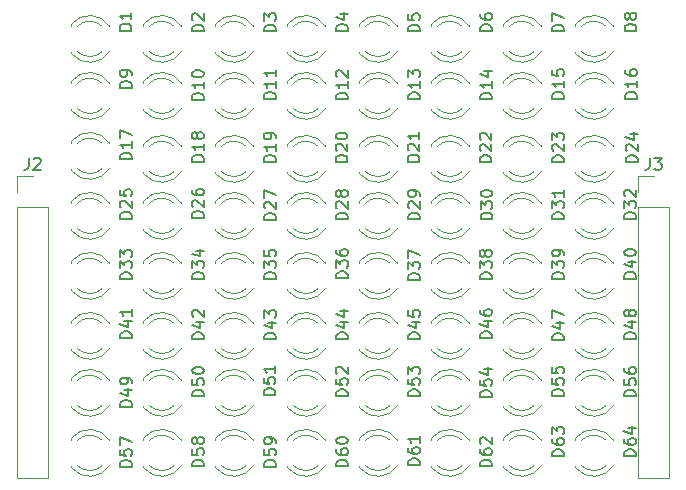
<source format=gbr>
%TF.GenerationSoftware,KiCad,Pcbnew,(5.1.8)-1*%
%TF.CreationDate,2021-12-10T09:09:34+01:00*%
%TF.ProjectId,FirePlaceLedmatrix,46697265-506c-4616-9365-4c65646d6174,rev?*%
%TF.SameCoordinates,Original*%
%TF.FileFunction,Legend,Top*%
%TF.FilePolarity,Positive*%
%FSLAX46Y46*%
G04 Gerber Fmt 4.6, Leading zero omitted, Abs format (unit mm)*
G04 Created by KiCad (PCBNEW (5.1.8)-1) date 2021-12-10 09:09:34*
%MOMM*%
%LPD*%
G01*
G04 APERTURE LIST*
%ADD10C,0.120000*%
%ADD11C,0.150000*%
G04 APERTURE END LIST*
D10*
%TO.C,J3*%
X85030000Y-65726000D02*
X86360000Y-65726000D01*
X85030000Y-67056000D02*
X85030000Y-65726000D01*
X85030000Y-68326000D02*
X87690000Y-68326000D01*
X87690000Y-68326000D02*
X87690000Y-91246000D01*
X85030000Y-68326000D02*
X85030000Y-91246000D01*
X85030000Y-91246000D02*
X87690000Y-91246000D01*
%TO.C,J2*%
X32452000Y-65726000D02*
X33782000Y-65726000D01*
X32452000Y-67056000D02*
X32452000Y-65726000D01*
X32452000Y-68326000D02*
X35112000Y-68326000D01*
X35112000Y-68326000D02*
X35112000Y-91246000D01*
X32452000Y-68326000D02*
X32452000Y-91246000D01*
X32452000Y-91246000D02*
X35112000Y-91246000D01*
%TO.C,D64*%
X79720000Y-90234000D02*
X79720000Y-90390000D01*
X79720000Y-87918000D02*
X79720000Y-88074000D01*
X82321130Y-90233837D02*
G75*
G02*
X80239039Y-90234000I-1041130J1079837D01*
G01*
X82321130Y-88074163D02*
G75*
G03*
X80239039Y-88074000I-1041130J-1079837D01*
G01*
X82952335Y-90232608D02*
G75*
G02*
X79720000Y-90389516I-1672335J1078608D01*
G01*
X82952335Y-88075392D02*
G75*
G03*
X79720000Y-87918484I-1672335J-1078608D01*
G01*
%TO.C,D63*%
X73624000Y-90234000D02*
X73624000Y-90390000D01*
X73624000Y-87918000D02*
X73624000Y-88074000D01*
X76225130Y-90233837D02*
G75*
G02*
X74143039Y-90234000I-1041130J1079837D01*
G01*
X76225130Y-88074163D02*
G75*
G03*
X74143039Y-88074000I-1041130J-1079837D01*
G01*
X76856335Y-90232608D02*
G75*
G02*
X73624000Y-90389516I-1672335J1078608D01*
G01*
X76856335Y-88075392D02*
G75*
G03*
X73624000Y-87918484I-1672335J-1078608D01*
G01*
%TO.C,D62*%
X67528000Y-90234000D02*
X67528000Y-90390000D01*
X67528000Y-87918000D02*
X67528000Y-88074000D01*
X70129130Y-90233837D02*
G75*
G02*
X68047039Y-90234000I-1041130J1079837D01*
G01*
X70129130Y-88074163D02*
G75*
G03*
X68047039Y-88074000I-1041130J-1079837D01*
G01*
X70760335Y-90232608D02*
G75*
G02*
X67528000Y-90389516I-1672335J1078608D01*
G01*
X70760335Y-88075392D02*
G75*
G03*
X67528000Y-87918484I-1672335J-1078608D01*
G01*
%TO.C,D61*%
X61432000Y-90234000D02*
X61432000Y-90390000D01*
X61432000Y-87918000D02*
X61432000Y-88074000D01*
X64033130Y-90233837D02*
G75*
G02*
X61951039Y-90234000I-1041130J1079837D01*
G01*
X64033130Y-88074163D02*
G75*
G03*
X61951039Y-88074000I-1041130J-1079837D01*
G01*
X64664335Y-90232608D02*
G75*
G02*
X61432000Y-90389516I-1672335J1078608D01*
G01*
X64664335Y-88075392D02*
G75*
G03*
X61432000Y-87918484I-1672335J-1078608D01*
G01*
%TO.C,D60*%
X55336000Y-90234000D02*
X55336000Y-90390000D01*
X55336000Y-87918000D02*
X55336000Y-88074000D01*
X57937130Y-90233837D02*
G75*
G02*
X55855039Y-90234000I-1041130J1079837D01*
G01*
X57937130Y-88074163D02*
G75*
G03*
X55855039Y-88074000I-1041130J-1079837D01*
G01*
X58568335Y-90232608D02*
G75*
G02*
X55336000Y-90389516I-1672335J1078608D01*
G01*
X58568335Y-88075392D02*
G75*
G03*
X55336000Y-87918484I-1672335J-1078608D01*
G01*
%TO.C,D59*%
X49240000Y-90234000D02*
X49240000Y-90390000D01*
X49240000Y-87918000D02*
X49240000Y-88074000D01*
X51841130Y-90233837D02*
G75*
G02*
X49759039Y-90234000I-1041130J1079837D01*
G01*
X51841130Y-88074163D02*
G75*
G03*
X49759039Y-88074000I-1041130J-1079837D01*
G01*
X52472335Y-90232608D02*
G75*
G02*
X49240000Y-90389516I-1672335J1078608D01*
G01*
X52472335Y-88075392D02*
G75*
G03*
X49240000Y-87918484I-1672335J-1078608D01*
G01*
%TO.C,D58*%
X43144000Y-90234000D02*
X43144000Y-90390000D01*
X43144000Y-87918000D02*
X43144000Y-88074000D01*
X45745130Y-90233837D02*
G75*
G02*
X43663039Y-90234000I-1041130J1079837D01*
G01*
X45745130Y-88074163D02*
G75*
G03*
X43663039Y-88074000I-1041130J-1079837D01*
G01*
X46376335Y-90232608D02*
G75*
G02*
X43144000Y-90389516I-1672335J1078608D01*
G01*
X46376335Y-88075392D02*
G75*
G03*
X43144000Y-87918484I-1672335J-1078608D01*
G01*
%TO.C,D57*%
X37048000Y-90234000D02*
X37048000Y-90390000D01*
X37048000Y-87918000D02*
X37048000Y-88074000D01*
X39649130Y-90233837D02*
G75*
G02*
X37567039Y-90234000I-1041130J1079837D01*
G01*
X39649130Y-88074163D02*
G75*
G03*
X37567039Y-88074000I-1041130J-1079837D01*
G01*
X40280335Y-90232608D02*
G75*
G02*
X37048000Y-90389516I-1672335J1078608D01*
G01*
X40280335Y-88075392D02*
G75*
G03*
X37048000Y-87918484I-1672335J-1078608D01*
G01*
%TO.C,D56*%
X79720000Y-85154000D02*
X79720000Y-85310000D01*
X79720000Y-82838000D02*
X79720000Y-82994000D01*
X82321130Y-85153837D02*
G75*
G02*
X80239039Y-85154000I-1041130J1079837D01*
G01*
X82321130Y-82994163D02*
G75*
G03*
X80239039Y-82994000I-1041130J-1079837D01*
G01*
X82952335Y-85152608D02*
G75*
G02*
X79720000Y-85309516I-1672335J1078608D01*
G01*
X82952335Y-82995392D02*
G75*
G03*
X79720000Y-82838484I-1672335J-1078608D01*
G01*
%TO.C,D55*%
X73624000Y-85154000D02*
X73624000Y-85310000D01*
X73624000Y-82838000D02*
X73624000Y-82994000D01*
X76225130Y-85153837D02*
G75*
G02*
X74143039Y-85154000I-1041130J1079837D01*
G01*
X76225130Y-82994163D02*
G75*
G03*
X74143039Y-82994000I-1041130J-1079837D01*
G01*
X76856335Y-85152608D02*
G75*
G02*
X73624000Y-85309516I-1672335J1078608D01*
G01*
X76856335Y-82995392D02*
G75*
G03*
X73624000Y-82838484I-1672335J-1078608D01*
G01*
%TO.C,D54*%
X67528000Y-85154000D02*
X67528000Y-85310000D01*
X67528000Y-82838000D02*
X67528000Y-82994000D01*
X70129130Y-85153837D02*
G75*
G02*
X68047039Y-85154000I-1041130J1079837D01*
G01*
X70129130Y-82994163D02*
G75*
G03*
X68047039Y-82994000I-1041130J-1079837D01*
G01*
X70760335Y-85152608D02*
G75*
G02*
X67528000Y-85309516I-1672335J1078608D01*
G01*
X70760335Y-82995392D02*
G75*
G03*
X67528000Y-82838484I-1672335J-1078608D01*
G01*
%TO.C,D53*%
X61432000Y-85154000D02*
X61432000Y-85310000D01*
X61432000Y-82838000D02*
X61432000Y-82994000D01*
X64033130Y-85153837D02*
G75*
G02*
X61951039Y-85154000I-1041130J1079837D01*
G01*
X64033130Y-82994163D02*
G75*
G03*
X61951039Y-82994000I-1041130J-1079837D01*
G01*
X64664335Y-85152608D02*
G75*
G02*
X61432000Y-85309516I-1672335J1078608D01*
G01*
X64664335Y-82995392D02*
G75*
G03*
X61432000Y-82838484I-1672335J-1078608D01*
G01*
%TO.C,D52*%
X55336000Y-85154000D02*
X55336000Y-85310000D01*
X55336000Y-82838000D02*
X55336000Y-82994000D01*
X57937130Y-85153837D02*
G75*
G02*
X55855039Y-85154000I-1041130J1079837D01*
G01*
X57937130Y-82994163D02*
G75*
G03*
X55855039Y-82994000I-1041130J-1079837D01*
G01*
X58568335Y-85152608D02*
G75*
G02*
X55336000Y-85309516I-1672335J1078608D01*
G01*
X58568335Y-82995392D02*
G75*
G03*
X55336000Y-82838484I-1672335J-1078608D01*
G01*
%TO.C,D51*%
X49240000Y-85154000D02*
X49240000Y-85310000D01*
X49240000Y-82838000D02*
X49240000Y-82994000D01*
X51841130Y-85153837D02*
G75*
G02*
X49759039Y-85154000I-1041130J1079837D01*
G01*
X51841130Y-82994163D02*
G75*
G03*
X49759039Y-82994000I-1041130J-1079837D01*
G01*
X52472335Y-85152608D02*
G75*
G02*
X49240000Y-85309516I-1672335J1078608D01*
G01*
X52472335Y-82995392D02*
G75*
G03*
X49240000Y-82838484I-1672335J-1078608D01*
G01*
%TO.C,D50*%
X43144000Y-85154000D02*
X43144000Y-85310000D01*
X43144000Y-82838000D02*
X43144000Y-82994000D01*
X45745130Y-85153837D02*
G75*
G02*
X43663039Y-85154000I-1041130J1079837D01*
G01*
X45745130Y-82994163D02*
G75*
G03*
X43663039Y-82994000I-1041130J-1079837D01*
G01*
X46376335Y-85152608D02*
G75*
G02*
X43144000Y-85309516I-1672335J1078608D01*
G01*
X46376335Y-82995392D02*
G75*
G03*
X43144000Y-82838484I-1672335J-1078608D01*
G01*
%TO.C,D49*%
X37048000Y-85154000D02*
X37048000Y-85310000D01*
X37048000Y-82838000D02*
X37048000Y-82994000D01*
X39649130Y-85153837D02*
G75*
G02*
X37567039Y-85154000I-1041130J1079837D01*
G01*
X39649130Y-82994163D02*
G75*
G03*
X37567039Y-82994000I-1041130J-1079837D01*
G01*
X40280335Y-85152608D02*
G75*
G02*
X37048000Y-85309516I-1672335J1078608D01*
G01*
X40280335Y-82995392D02*
G75*
G03*
X37048000Y-82838484I-1672335J-1078608D01*
G01*
%TO.C,D48*%
X79720000Y-80328000D02*
X79720000Y-80484000D01*
X79720000Y-78012000D02*
X79720000Y-78168000D01*
X82321130Y-80327837D02*
G75*
G02*
X80239039Y-80328000I-1041130J1079837D01*
G01*
X82321130Y-78168163D02*
G75*
G03*
X80239039Y-78168000I-1041130J-1079837D01*
G01*
X82952335Y-80326608D02*
G75*
G02*
X79720000Y-80483516I-1672335J1078608D01*
G01*
X82952335Y-78169392D02*
G75*
G03*
X79720000Y-78012484I-1672335J-1078608D01*
G01*
%TO.C,D47*%
X73624000Y-80328000D02*
X73624000Y-80484000D01*
X73624000Y-78012000D02*
X73624000Y-78168000D01*
X76225130Y-80327837D02*
G75*
G02*
X74143039Y-80328000I-1041130J1079837D01*
G01*
X76225130Y-78168163D02*
G75*
G03*
X74143039Y-78168000I-1041130J-1079837D01*
G01*
X76856335Y-80326608D02*
G75*
G02*
X73624000Y-80483516I-1672335J1078608D01*
G01*
X76856335Y-78169392D02*
G75*
G03*
X73624000Y-78012484I-1672335J-1078608D01*
G01*
%TO.C,D46*%
X67528000Y-80328000D02*
X67528000Y-80484000D01*
X67528000Y-78012000D02*
X67528000Y-78168000D01*
X70129130Y-80327837D02*
G75*
G02*
X68047039Y-80328000I-1041130J1079837D01*
G01*
X70129130Y-78168163D02*
G75*
G03*
X68047039Y-78168000I-1041130J-1079837D01*
G01*
X70760335Y-80326608D02*
G75*
G02*
X67528000Y-80483516I-1672335J1078608D01*
G01*
X70760335Y-78169392D02*
G75*
G03*
X67528000Y-78012484I-1672335J-1078608D01*
G01*
%TO.C,D45*%
X61432000Y-80328000D02*
X61432000Y-80484000D01*
X61432000Y-78012000D02*
X61432000Y-78168000D01*
X64033130Y-80327837D02*
G75*
G02*
X61951039Y-80328000I-1041130J1079837D01*
G01*
X64033130Y-78168163D02*
G75*
G03*
X61951039Y-78168000I-1041130J-1079837D01*
G01*
X64664335Y-80326608D02*
G75*
G02*
X61432000Y-80483516I-1672335J1078608D01*
G01*
X64664335Y-78169392D02*
G75*
G03*
X61432000Y-78012484I-1672335J-1078608D01*
G01*
%TO.C,D44*%
X55336000Y-80328000D02*
X55336000Y-80484000D01*
X55336000Y-78012000D02*
X55336000Y-78168000D01*
X57937130Y-80327837D02*
G75*
G02*
X55855039Y-80328000I-1041130J1079837D01*
G01*
X57937130Y-78168163D02*
G75*
G03*
X55855039Y-78168000I-1041130J-1079837D01*
G01*
X58568335Y-80326608D02*
G75*
G02*
X55336000Y-80483516I-1672335J1078608D01*
G01*
X58568335Y-78169392D02*
G75*
G03*
X55336000Y-78012484I-1672335J-1078608D01*
G01*
%TO.C,D43*%
X49240000Y-80328000D02*
X49240000Y-80484000D01*
X49240000Y-78012000D02*
X49240000Y-78168000D01*
X51841130Y-80327837D02*
G75*
G02*
X49759039Y-80328000I-1041130J1079837D01*
G01*
X51841130Y-78168163D02*
G75*
G03*
X49759039Y-78168000I-1041130J-1079837D01*
G01*
X52472335Y-80326608D02*
G75*
G02*
X49240000Y-80483516I-1672335J1078608D01*
G01*
X52472335Y-78169392D02*
G75*
G03*
X49240000Y-78012484I-1672335J-1078608D01*
G01*
%TO.C,D42*%
X43144000Y-80328000D02*
X43144000Y-80484000D01*
X43144000Y-78012000D02*
X43144000Y-78168000D01*
X45745130Y-80327837D02*
G75*
G02*
X43663039Y-80328000I-1041130J1079837D01*
G01*
X45745130Y-78168163D02*
G75*
G03*
X43663039Y-78168000I-1041130J-1079837D01*
G01*
X46376335Y-80326608D02*
G75*
G02*
X43144000Y-80483516I-1672335J1078608D01*
G01*
X46376335Y-78169392D02*
G75*
G03*
X43144000Y-78012484I-1672335J-1078608D01*
G01*
%TO.C,D41*%
X37048000Y-80328000D02*
X37048000Y-80484000D01*
X37048000Y-78012000D02*
X37048000Y-78168000D01*
X39649130Y-80327837D02*
G75*
G02*
X37567039Y-80328000I-1041130J1079837D01*
G01*
X39649130Y-78168163D02*
G75*
G03*
X37567039Y-78168000I-1041130J-1079837D01*
G01*
X40280335Y-80326608D02*
G75*
G02*
X37048000Y-80483516I-1672335J1078608D01*
G01*
X40280335Y-78169392D02*
G75*
G03*
X37048000Y-78012484I-1672335J-1078608D01*
G01*
%TO.C,D40*%
X79720000Y-75248000D02*
X79720000Y-75404000D01*
X79720000Y-72932000D02*
X79720000Y-73088000D01*
X82321130Y-75247837D02*
G75*
G02*
X80239039Y-75248000I-1041130J1079837D01*
G01*
X82321130Y-73088163D02*
G75*
G03*
X80239039Y-73088000I-1041130J-1079837D01*
G01*
X82952335Y-75246608D02*
G75*
G02*
X79720000Y-75403516I-1672335J1078608D01*
G01*
X82952335Y-73089392D02*
G75*
G03*
X79720000Y-72932484I-1672335J-1078608D01*
G01*
%TO.C,D39*%
X73624000Y-75248000D02*
X73624000Y-75404000D01*
X73624000Y-72932000D02*
X73624000Y-73088000D01*
X76225130Y-75247837D02*
G75*
G02*
X74143039Y-75248000I-1041130J1079837D01*
G01*
X76225130Y-73088163D02*
G75*
G03*
X74143039Y-73088000I-1041130J-1079837D01*
G01*
X76856335Y-75246608D02*
G75*
G02*
X73624000Y-75403516I-1672335J1078608D01*
G01*
X76856335Y-73089392D02*
G75*
G03*
X73624000Y-72932484I-1672335J-1078608D01*
G01*
%TO.C,D38*%
X67528000Y-75248000D02*
X67528000Y-75404000D01*
X67528000Y-72932000D02*
X67528000Y-73088000D01*
X70129130Y-75247837D02*
G75*
G02*
X68047039Y-75248000I-1041130J1079837D01*
G01*
X70129130Y-73088163D02*
G75*
G03*
X68047039Y-73088000I-1041130J-1079837D01*
G01*
X70760335Y-75246608D02*
G75*
G02*
X67528000Y-75403516I-1672335J1078608D01*
G01*
X70760335Y-73089392D02*
G75*
G03*
X67528000Y-72932484I-1672335J-1078608D01*
G01*
%TO.C,D37*%
X61432000Y-75248000D02*
X61432000Y-75404000D01*
X61432000Y-72932000D02*
X61432000Y-73088000D01*
X64033130Y-75247837D02*
G75*
G02*
X61951039Y-75248000I-1041130J1079837D01*
G01*
X64033130Y-73088163D02*
G75*
G03*
X61951039Y-73088000I-1041130J-1079837D01*
G01*
X64664335Y-75246608D02*
G75*
G02*
X61432000Y-75403516I-1672335J1078608D01*
G01*
X64664335Y-73089392D02*
G75*
G03*
X61432000Y-72932484I-1672335J-1078608D01*
G01*
%TO.C,D36*%
X55336000Y-75248000D02*
X55336000Y-75404000D01*
X55336000Y-72932000D02*
X55336000Y-73088000D01*
X57937130Y-75247837D02*
G75*
G02*
X55855039Y-75248000I-1041130J1079837D01*
G01*
X57937130Y-73088163D02*
G75*
G03*
X55855039Y-73088000I-1041130J-1079837D01*
G01*
X58568335Y-75246608D02*
G75*
G02*
X55336000Y-75403516I-1672335J1078608D01*
G01*
X58568335Y-73089392D02*
G75*
G03*
X55336000Y-72932484I-1672335J-1078608D01*
G01*
%TO.C,D35*%
X49240000Y-75248000D02*
X49240000Y-75404000D01*
X49240000Y-72932000D02*
X49240000Y-73088000D01*
X51841130Y-75247837D02*
G75*
G02*
X49759039Y-75248000I-1041130J1079837D01*
G01*
X51841130Y-73088163D02*
G75*
G03*
X49759039Y-73088000I-1041130J-1079837D01*
G01*
X52472335Y-75246608D02*
G75*
G02*
X49240000Y-75403516I-1672335J1078608D01*
G01*
X52472335Y-73089392D02*
G75*
G03*
X49240000Y-72932484I-1672335J-1078608D01*
G01*
%TO.C,D34*%
X43144000Y-75248000D02*
X43144000Y-75404000D01*
X43144000Y-72932000D02*
X43144000Y-73088000D01*
X45745130Y-75247837D02*
G75*
G02*
X43663039Y-75248000I-1041130J1079837D01*
G01*
X45745130Y-73088163D02*
G75*
G03*
X43663039Y-73088000I-1041130J-1079837D01*
G01*
X46376335Y-75246608D02*
G75*
G02*
X43144000Y-75403516I-1672335J1078608D01*
G01*
X46376335Y-73089392D02*
G75*
G03*
X43144000Y-72932484I-1672335J-1078608D01*
G01*
%TO.C,D33*%
X37048000Y-75248000D02*
X37048000Y-75404000D01*
X37048000Y-72932000D02*
X37048000Y-73088000D01*
X39649130Y-75247837D02*
G75*
G02*
X37567039Y-75248000I-1041130J1079837D01*
G01*
X39649130Y-73088163D02*
G75*
G03*
X37567039Y-73088000I-1041130J-1079837D01*
G01*
X40280335Y-75246608D02*
G75*
G02*
X37048000Y-75403516I-1672335J1078608D01*
G01*
X40280335Y-73089392D02*
G75*
G03*
X37048000Y-72932484I-1672335J-1078608D01*
G01*
%TO.C,D32*%
X79720000Y-70168000D02*
X79720000Y-70324000D01*
X79720000Y-67852000D02*
X79720000Y-68008000D01*
X82321130Y-70167837D02*
G75*
G02*
X80239039Y-70168000I-1041130J1079837D01*
G01*
X82321130Y-68008163D02*
G75*
G03*
X80239039Y-68008000I-1041130J-1079837D01*
G01*
X82952335Y-70166608D02*
G75*
G02*
X79720000Y-70323516I-1672335J1078608D01*
G01*
X82952335Y-68009392D02*
G75*
G03*
X79720000Y-67852484I-1672335J-1078608D01*
G01*
%TO.C,D31*%
X73624000Y-70168000D02*
X73624000Y-70324000D01*
X73624000Y-67852000D02*
X73624000Y-68008000D01*
X76225130Y-70167837D02*
G75*
G02*
X74143039Y-70168000I-1041130J1079837D01*
G01*
X76225130Y-68008163D02*
G75*
G03*
X74143039Y-68008000I-1041130J-1079837D01*
G01*
X76856335Y-70166608D02*
G75*
G02*
X73624000Y-70323516I-1672335J1078608D01*
G01*
X76856335Y-68009392D02*
G75*
G03*
X73624000Y-67852484I-1672335J-1078608D01*
G01*
%TO.C,D30*%
X67528000Y-70168000D02*
X67528000Y-70324000D01*
X67528000Y-67852000D02*
X67528000Y-68008000D01*
X70129130Y-70167837D02*
G75*
G02*
X68047039Y-70168000I-1041130J1079837D01*
G01*
X70129130Y-68008163D02*
G75*
G03*
X68047039Y-68008000I-1041130J-1079837D01*
G01*
X70760335Y-70166608D02*
G75*
G02*
X67528000Y-70323516I-1672335J1078608D01*
G01*
X70760335Y-68009392D02*
G75*
G03*
X67528000Y-67852484I-1672335J-1078608D01*
G01*
%TO.C,D29*%
X61432000Y-70168000D02*
X61432000Y-70324000D01*
X61432000Y-67852000D02*
X61432000Y-68008000D01*
X64033130Y-70167837D02*
G75*
G02*
X61951039Y-70168000I-1041130J1079837D01*
G01*
X64033130Y-68008163D02*
G75*
G03*
X61951039Y-68008000I-1041130J-1079837D01*
G01*
X64664335Y-70166608D02*
G75*
G02*
X61432000Y-70323516I-1672335J1078608D01*
G01*
X64664335Y-68009392D02*
G75*
G03*
X61432000Y-67852484I-1672335J-1078608D01*
G01*
%TO.C,D28*%
X55336000Y-70168000D02*
X55336000Y-70324000D01*
X55336000Y-67852000D02*
X55336000Y-68008000D01*
X57937130Y-70167837D02*
G75*
G02*
X55855039Y-70168000I-1041130J1079837D01*
G01*
X57937130Y-68008163D02*
G75*
G03*
X55855039Y-68008000I-1041130J-1079837D01*
G01*
X58568335Y-70166608D02*
G75*
G02*
X55336000Y-70323516I-1672335J1078608D01*
G01*
X58568335Y-68009392D02*
G75*
G03*
X55336000Y-67852484I-1672335J-1078608D01*
G01*
%TO.C,D27*%
X49240000Y-70168000D02*
X49240000Y-70324000D01*
X49240000Y-67852000D02*
X49240000Y-68008000D01*
X51841130Y-70167837D02*
G75*
G02*
X49759039Y-70168000I-1041130J1079837D01*
G01*
X51841130Y-68008163D02*
G75*
G03*
X49759039Y-68008000I-1041130J-1079837D01*
G01*
X52472335Y-70166608D02*
G75*
G02*
X49240000Y-70323516I-1672335J1078608D01*
G01*
X52472335Y-68009392D02*
G75*
G03*
X49240000Y-67852484I-1672335J-1078608D01*
G01*
%TO.C,D26*%
X43144000Y-70168000D02*
X43144000Y-70324000D01*
X43144000Y-67852000D02*
X43144000Y-68008000D01*
X45745130Y-70167837D02*
G75*
G02*
X43663039Y-70168000I-1041130J1079837D01*
G01*
X45745130Y-68008163D02*
G75*
G03*
X43663039Y-68008000I-1041130J-1079837D01*
G01*
X46376335Y-70166608D02*
G75*
G02*
X43144000Y-70323516I-1672335J1078608D01*
G01*
X46376335Y-68009392D02*
G75*
G03*
X43144000Y-67852484I-1672335J-1078608D01*
G01*
%TO.C,D25*%
X37048000Y-70168000D02*
X37048000Y-70324000D01*
X37048000Y-67852000D02*
X37048000Y-68008000D01*
X39649130Y-70167837D02*
G75*
G02*
X37567039Y-70168000I-1041130J1079837D01*
G01*
X39649130Y-68008163D02*
G75*
G03*
X37567039Y-68008000I-1041130J-1079837D01*
G01*
X40280335Y-70166608D02*
G75*
G02*
X37048000Y-70323516I-1672335J1078608D01*
G01*
X40280335Y-68009392D02*
G75*
G03*
X37048000Y-67852484I-1672335J-1078608D01*
G01*
%TO.C,D24*%
X79720000Y-65342000D02*
X79720000Y-65498000D01*
X79720000Y-63026000D02*
X79720000Y-63182000D01*
X82321130Y-65341837D02*
G75*
G02*
X80239039Y-65342000I-1041130J1079837D01*
G01*
X82321130Y-63182163D02*
G75*
G03*
X80239039Y-63182000I-1041130J-1079837D01*
G01*
X82952335Y-65340608D02*
G75*
G02*
X79720000Y-65497516I-1672335J1078608D01*
G01*
X82952335Y-63183392D02*
G75*
G03*
X79720000Y-63026484I-1672335J-1078608D01*
G01*
%TO.C,D23*%
X73624000Y-65342000D02*
X73624000Y-65498000D01*
X73624000Y-63026000D02*
X73624000Y-63182000D01*
X76225130Y-65341837D02*
G75*
G02*
X74143039Y-65342000I-1041130J1079837D01*
G01*
X76225130Y-63182163D02*
G75*
G03*
X74143039Y-63182000I-1041130J-1079837D01*
G01*
X76856335Y-65340608D02*
G75*
G02*
X73624000Y-65497516I-1672335J1078608D01*
G01*
X76856335Y-63183392D02*
G75*
G03*
X73624000Y-63026484I-1672335J-1078608D01*
G01*
%TO.C,D22*%
X67528000Y-65342000D02*
X67528000Y-65498000D01*
X67528000Y-63026000D02*
X67528000Y-63182000D01*
X70129130Y-65341837D02*
G75*
G02*
X68047039Y-65342000I-1041130J1079837D01*
G01*
X70129130Y-63182163D02*
G75*
G03*
X68047039Y-63182000I-1041130J-1079837D01*
G01*
X70760335Y-65340608D02*
G75*
G02*
X67528000Y-65497516I-1672335J1078608D01*
G01*
X70760335Y-63183392D02*
G75*
G03*
X67528000Y-63026484I-1672335J-1078608D01*
G01*
%TO.C,D21*%
X61432000Y-65342000D02*
X61432000Y-65498000D01*
X61432000Y-63026000D02*
X61432000Y-63182000D01*
X64033130Y-65341837D02*
G75*
G02*
X61951039Y-65342000I-1041130J1079837D01*
G01*
X64033130Y-63182163D02*
G75*
G03*
X61951039Y-63182000I-1041130J-1079837D01*
G01*
X64664335Y-65340608D02*
G75*
G02*
X61432000Y-65497516I-1672335J1078608D01*
G01*
X64664335Y-63183392D02*
G75*
G03*
X61432000Y-63026484I-1672335J-1078608D01*
G01*
%TO.C,D20*%
X55336000Y-65342000D02*
X55336000Y-65498000D01*
X55336000Y-63026000D02*
X55336000Y-63182000D01*
X57937130Y-65341837D02*
G75*
G02*
X55855039Y-65342000I-1041130J1079837D01*
G01*
X57937130Y-63182163D02*
G75*
G03*
X55855039Y-63182000I-1041130J-1079837D01*
G01*
X58568335Y-65340608D02*
G75*
G02*
X55336000Y-65497516I-1672335J1078608D01*
G01*
X58568335Y-63183392D02*
G75*
G03*
X55336000Y-63026484I-1672335J-1078608D01*
G01*
%TO.C,D19*%
X49240000Y-65342000D02*
X49240000Y-65498000D01*
X49240000Y-63026000D02*
X49240000Y-63182000D01*
X51841130Y-65341837D02*
G75*
G02*
X49759039Y-65342000I-1041130J1079837D01*
G01*
X51841130Y-63182163D02*
G75*
G03*
X49759039Y-63182000I-1041130J-1079837D01*
G01*
X52472335Y-65340608D02*
G75*
G02*
X49240000Y-65497516I-1672335J1078608D01*
G01*
X52472335Y-63183392D02*
G75*
G03*
X49240000Y-63026484I-1672335J-1078608D01*
G01*
%TO.C,D18*%
X43144000Y-65342000D02*
X43144000Y-65498000D01*
X43144000Y-63026000D02*
X43144000Y-63182000D01*
X45745130Y-65341837D02*
G75*
G02*
X43663039Y-65342000I-1041130J1079837D01*
G01*
X45745130Y-63182163D02*
G75*
G03*
X43663039Y-63182000I-1041130J-1079837D01*
G01*
X46376335Y-65340608D02*
G75*
G02*
X43144000Y-65497516I-1672335J1078608D01*
G01*
X46376335Y-63183392D02*
G75*
G03*
X43144000Y-63026484I-1672335J-1078608D01*
G01*
%TO.C,D17*%
X37048000Y-65088000D02*
X37048000Y-65244000D01*
X37048000Y-62772000D02*
X37048000Y-62928000D01*
X39649130Y-65087837D02*
G75*
G02*
X37567039Y-65088000I-1041130J1079837D01*
G01*
X39649130Y-62928163D02*
G75*
G03*
X37567039Y-62928000I-1041130J-1079837D01*
G01*
X40280335Y-65086608D02*
G75*
G02*
X37048000Y-65243516I-1672335J1078608D01*
G01*
X40280335Y-62929392D02*
G75*
G03*
X37048000Y-62772484I-1672335J-1078608D01*
G01*
%TO.C,D16*%
X79720000Y-60008000D02*
X79720000Y-60164000D01*
X79720000Y-57692000D02*
X79720000Y-57848000D01*
X82321130Y-60007837D02*
G75*
G02*
X80239039Y-60008000I-1041130J1079837D01*
G01*
X82321130Y-57848163D02*
G75*
G03*
X80239039Y-57848000I-1041130J-1079837D01*
G01*
X82952335Y-60006608D02*
G75*
G02*
X79720000Y-60163516I-1672335J1078608D01*
G01*
X82952335Y-57849392D02*
G75*
G03*
X79720000Y-57692484I-1672335J-1078608D01*
G01*
%TO.C,D15*%
X73624000Y-60008000D02*
X73624000Y-60164000D01*
X73624000Y-57692000D02*
X73624000Y-57848000D01*
X76225130Y-60007837D02*
G75*
G02*
X74143039Y-60008000I-1041130J1079837D01*
G01*
X76225130Y-57848163D02*
G75*
G03*
X74143039Y-57848000I-1041130J-1079837D01*
G01*
X76856335Y-60006608D02*
G75*
G02*
X73624000Y-60163516I-1672335J1078608D01*
G01*
X76856335Y-57849392D02*
G75*
G03*
X73624000Y-57692484I-1672335J-1078608D01*
G01*
%TO.C,D14*%
X67528000Y-60008000D02*
X67528000Y-60164000D01*
X67528000Y-57692000D02*
X67528000Y-57848000D01*
X70129130Y-60007837D02*
G75*
G02*
X68047039Y-60008000I-1041130J1079837D01*
G01*
X70129130Y-57848163D02*
G75*
G03*
X68047039Y-57848000I-1041130J-1079837D01*
G01*
X70760335Y-60006608D02*
G75*
G02*
X67528000Y-60163516I-1672335J1078608D01*
G01*
X70760335Y-57849392D02*
G75*
G03*
X67528000Y-57692484I-1672335J-1078608D01*
G01*
%TO.C,D13*%
X61432000Y-60008000D02*
X61432000Y-60164000D01*
X61432000Y-57692000D02*
X61432000Y-57848000D01*
X64033130Y-60007837D02*
G75*
G02*
X61951039Y-60008000I-1041130J1079837D01*
G01*
X64033130Y-57848163D02*
G75*
G03*
X61951039Y-57848000I-1041130J-1079837D01*
G01*
X64664335Y-60006608D02*
G75*
G02*
X61432000Y-60163516I-1672335J1078608D01*
G01*
X64664335Y-57849392D02*
G75*
G03*
X61432000Y-57692484I-1672335J-1078608D01*
G01*
%TO.C,D12*%
X55336000Y-60008000D02*
X55336000Y-60164000D01*
X55336000Y-57692000D02*
X55336000Y-57848000D01*
X57937130Y-60007837D02*
G75*
G02*
X55855039Y-60008000I-1041130J1079837D01*
G01*
X57937130Y-57848163D02*
G75*
G03*
X55855039Y-57848000I-1041130J-1079837D01*
G01*
X58568335Y-60006608D02*
G75*
G02*
X55336000Y-60163516I-1672335J1078608D01*
G01*
X58568335Y-57849392D02*
G75*
G03*
X55336000Y-57692484I-1672335J-1078608D01*
G01*
%TO.C,D11*%
X49240000Y-60008000D02*
X49240000Y-60164000D01*
X49240000Y-57692000D02*
X49240000Y-57848000D01*
X51841130Y-60007837D02*
G75*
G02*
X49759039Y-60008000I-1041130J1079837D01*
G01*
X51841130Y-57848163D02*
G75*
G03*
X49759039Y-57848000I-1041130J-1079837D01*
G01*
X52472335Y-60006608D02*
G75*
G02*
X49240000Y-60163516I-1672335J1078608D01*
G01*
X52472335Y-57849392D02*
G75*
G03*
X49240000Y-57692484I-1672335J-1078608D01*
G01*
%TO.C,D10*%
X43144000Y-60008000D02*
X43144000Y-60164000D01*
X43144000Y-57692000D02*
X43144000Y-57848000D01*
X45745130Y-60007837D02*
G75*
G02*
X43663039Y-60008000I-1041130J1079837D01*
G01*
X45745130Y-57848163D02*
G75*
G03*
X43663039Y-57848000I-1041130J-1079837D01*
G01*
X46376335Y-60006608D02*
G75*
G02*
X43144000Y-60163516I-1672335J1078608D01*
G01*
X46376335Y-57849392D02*
G75*
G03*
X43144000Y-57692484I-1672335J-1078608D01*
G01*
%TO.C,D9*%
X37048000Y-60008000D02*
X37048000Y-60164000D01*
X37048000Y-57692000D02*
X37048000Y-57848000D01*
X39649130Y-60007837D02*
G75*
G02*
X37567039Y-60008000I-1041130J1079837D01*
G01*
X39649130Y-57848163D02*
G75*
G03*
X37567039Y-57848000I-1041130J-1079837D01*
G01*
X40280335Y-60006608D02*
G75*
G02*
X37048000Y-60163516I-1672335J1078608D01*
G01*
X40280335Y-57849392D02*
G75*
G03*
X37048000Y-57692484I-1672335J-1078608D01*
G01*
%TO.C,D8*%
X79720000Y-55182000D02*
X79720000Y-55338000D01*
X79720000Y-52866000D02*
X79720000Y-53022000D01*
X82321130Y-55181837D02*
G75*
G02*
X80239039Y-55182000I-1041130J1079837D01*
G01*
X82321130Y-53022163D02*
G75*
G03*
X80239039Y-53022000I-1041130J-1079837D01*
G01*
X82952335Y-55180608D02*
G75*
G02*
X79720000Y-55337516I-1672335J1078608D01*
G01*
X82952335Y-53023392D02*
G75*
G03*
X79720000Y-52866484I-1672335J-1078608D01*
G01*
%TO.C,D7*%
X73624000Y-55182000D02*
X73624000Y-55338000D01*
X73624000Y-52866000D02*
X73624000Y-53022000D01*
X76225130Y-55181837D02*
G75*
G02*
X74143039Y-55182000I-1041130J1079837D01*
G01*
X76225130Y-53022163D02*
G75*
G03*
X74143039Y-53022000I-1041130J-1079837D01*
G01*
X76856335Y-55180608D02*
G75*
G02*
X73624000Y-55337516I-1672335J1078608D01*
G01*
X76856335Y-53023392D02*
G75*
G03*
X73624000Y-52866484I-1672335J-1078608D01*
G01*
%TO.C,D6*%
X67528000Y-55182000D02*
X67528000Y-55338000D01*
X67528000Y-52866000D02*
X67528000Y-53022000D01*
X70129130Y-55181837D02*
G75*
G02*
X68047039Y-55182000I-1041130J1079837D01*
G01*
X70129130Y-53022163D02*
G75*
G03*
X68047039Y-53022000I-1041130J-1079837D01*
G01*
X70760335Y-55180608D02*
G75*
G02*
X67528000Y-55337516I-1672335J1078608D01*
G01*
X70760335Y-53023392D02*
G75*
G03*
X67528000Y-52866484I-1672335J-1078608D01*
G01*
%TO.C,D5*%
X61432000Y-55182000D02*
X61432000Y-55338000D01*
X61432000Y-52866000D02*
X61432000Y-53022000D01*
X64033130Y-55181837D02*
G75*
G02*
X61951039Y-55182000I-1041130J1079837D01*
G01*
X64033130Y-53022163D02*
G75*
G03*
X61951039Y-53022000I-1041130J-1079837D01*
G01*
X64664335Y-55180608D02*
G75*
G02*
X61432000Y-55337516I-1672335J1078608D01*
G01*
X64664335Y-53023392D02*
G75*
G03*
X61432000Y-52866484I-1672335J-1078608D01*
G01*
%TO.C,D4*%
X55336000Y-55182000D02*
X55336000Y-55338000D01*
X55336000Y-52866000D02*
X55336000Y-53022000D01*
X57937130Y-55181837D02*
G75*
G02*
X55855039Y-55182000I-1041130J1079837D01*
G01*
X57937130Y-53022163D02*
G75*
G03*
X55855039Y-53022000I-1041130J-1079837D01*
G01*
X58568335Y-55180608D02*
G75*
G02*
X55336000Y-55337516I-1672335J1078608D01*
G01*
X58568335Y-53023392D02*
G75*
G03*
X55336000Y-52866484I-1672335J-1078608D01*
G01*
%TO.C,D3*%
X49240000Y-55182000D02*
X49240000Y-55338000D01*
X49240000Y-52866000D02*
X49240000Y-53022000D01*
X51841130Y-55181837D02*
G75*
G02*
X49759039Y-55182000I-1041130J1079837D01*
G01*
X51841130Y-53022163D02*
G75*
G03*
X49759039Y-53022000I-1041130J-1079837D01*
G01*
X52472335Y-55180608D02*
G75*
G02*
X49240000Y-55337516I-1672335J1078608D01*
G01*
X52472335Y-53023392D02*
G75*
G03*
X49240000Y-52866484I-1672335J-1078608D01*
G01*
%TO.C,D2*%
X43144000Y-55182000D02*
X43144000Y-55338000D01*
X43144000Y-52866000D02*
X43144000Y-53022000D01*
X45745130Y-55181837D02*
G75*
G02*
X43663039Y-55182000I-1041130J1079837D01*
G01*
X45745130Y-53022163D02*
G75*
G03*
X43663039Y-53022000I-1041130J-1079837D01*
G01*
X46376335Y-55180608D02*
G75*
G02*
X43144000Y-55337516I-1672335J1078608D01*
G01*
X46376335Y-53023392D02*
G75*
G03*
X43144000Y-52866484I-1672335J-1078608D01*
G01*
%TO.C,D1*%
X37048000Y-55182000D02*
X37048000Y-55338000D01*
X37048000Y-52866000D02*
X37048000Y-53022000D01*
X39649130Y-55181837D02*
G75*
G02*
X37567039Y-55182000I-1041130J1079837D01*
G01*
X39649130Y-53022163D02*
G75*
G03*
X37567039Y-53022000I-1041130J-1079837D01*
G01*
X40280335Y-55180608D02*
G75*
G02*
X37048000Y-55337516I-1672335J1078608D01*
G01*
X40280335Y-53023392D02*
G75*
G03*
X37048000Y-52866484I-1672335J-1078608D01*
G01*
%TO.C,J3*%
D11*
X86026666Y-64178380D02*
X86026666Y-64892666D01*
X85979047Y-65035523D01*
X85883809Y-65130761D01*
X85740952Y-65178380D01*
X85645714Y-65178380D01*
X86407619Y-64178380D02*
X87026666Y-64178380D01*
X86693333Y-64559333D01*
X86836190Y-64559333D01*
X86931428Y-64606952D01*
X86979047Y-64654571D01*
X87026666Y-64749809D01*
X87026666Y-64987904D01*
X86979047Y-65083142D01*
X86931428Y-65130761D01*
X86836190Y-65178380D01*
X86550476Y-65178380D01*
X86455238Y-65130761D01*
X86407619Y-65083142D01*
%TO.C,J2*%
X33448666Y-64178380D02*
X33448666Y-64892666D01*
X33401047Y-65035523D01*
X33305809Y-65130761D01*
X33162952Y-65178380D01*
X33067714Y-65178380D01*
X33877238Y-64273619D02*
X33924857Y-64226000D01*
X34020095Y-64178380D01*
X34258190Y-64178380D01*
X34353428Y-64226000D01*
X34401047Y-64273619D01*
X34448666Y-64368857D01*
X34448666Y-64464095D01*
X34401047Y-64606952D01*
X33829619Y-65178380D01*
X34448666Y-65178380D01*
%TO.C,D64*%
X84831180Y-89428485D02*
X83831180Y-89428485D01*
X83831180Y-89190390D01*
X83878800Y-89047533D01*
X83974038Y-88952295D01*
X84069276Y-88904676D01*
X84259752Y-88857057D01*
X84402609Y-88857057D01*
X84593085Y-88904676D01*
X84688323Y-88952295D01*
X84783561Y-89047533D01*
X84831180Y-89190390D01*
X84831180Y-89428485D01*
X83831180Y-87999914D02*
X83831180Y-88190390D01*
X83878800Y-88285628D01*
X83926419Y-88333247D01*
X84069276Y-88428485D01*
X84259752Y-88476104D01*
X84640704Y-88476104D01*
X84735942Y-88428485D01*
X84783561Y-88380866D01*
X84831180Y-88285628D01*
X84831180Y-88095152D01*
X84783561Y-87999914D01*
X84735942Y-87952295D01*
X84640704Y-87904676D01*
X84402609Y-87904676D01*
X84307371Y-87952295D01*
X84259752Y-87999914D01*
X84212133Y-88095152D01*
X84212133Y-88285628D01*
X84259752Y-88380866D01*
X84307371Y-88428485D01*
X84402609Y-88476104D01*
X84164514Y-87047533D02*
X84831180Y-87047533D01*
X83783561Y-87285628D02*
X84497847Y-87523723D01*
X84497847Y-86904676D01*
%TO.C,D63*%
X78760580Y-89428485D02*
X77760580Y-89428485D01*
X77760580Y-89190390D01*
X77808200Y-89047533D01*
X77903438Y-88952295D01*
X77998676Y-88904676D01*
X78189152Y-88857057D01*
X78332009Y-88857057D01*
X78522485Y-88904676D01*
X78617723Y-88952295D01*
X78712961Y-89047533D01*
X78760580Y-89190390D01*
X78760580Y-89428485D01*
X77760580Y-87999914D02*
X77760580Y-88190390D01*
X77808200Y-88285628D01*
X77855819Y-88333247D01*
X77998676Y-88428485D01*
X78189152Y-88476104D01*
X78570104Y-88476104D01*
X78665342Y-88428485D01*
X78712961Y-88380866D01*
X78760580Y-88285628D01*
X78760580Y-88095152D01*
X78712961Y-87999914D01*
X78665342Y-87952295D01*
X78570104Y-87904676D01*
X78332009Y-87904676D01*
X78236771Y-87952295D01*
X78189152Y-87999914D01*
X78141533Y-88095152D01*
X78141533Y-88285628D01*
X78189152Y-88380866D01*
X78236771Y-88428485D01*
X78332009Y-88476104D01*
X77760580Y-87571342D02*
X77760580Y-86952295D01*
X78141533Y-87285628D01*
X78141533Y-87142771D01*
X78189152Y-87047533D01*
X78236771Y-86999914D01*
X78332009Y-86952295D01*
X78570104Y-86952295D01*
X78665342Y-86999914D01*
X78712961Y-87047533D01*
X78760580Y-87142771D01*
X78760580Y-87428485D01*
X78712961Y-87523723D01*
X78665342Y-87571342D01*
%TO.C,D62*%
X72639180Y-90292085D02*
X71639180Y-90292085D01*
X71639180Y-90053990D01*
X71686800Y-89911133D01*
X71782038Y-89815895D01*
X71877276Y-89768276D01*
X72067752Y-89720657D01*
X72210609Y-89720657D01*
X72401085Y-89768276D01*
X72496323Y-89815895D01*
X72591561Y-89911133D01*
X72639180Y-90053990D01*
X72639180Y-90292085D01*
X71639180Y-88863514D02*
X71639180Y-89053990D01*
X71686800Y-89149228D01*
X71734419Y-89196847D01*
X71877276Y-89292085D01*
X72067752Y-89339704D01*
X72448704Y-89339704D01*
X72543942Y-89292085D01*
X72591561Y-89244466D01*
X72639180Y-89149228D01*
X72639180Y-88958752D01*
X72591561Y-88863514D01*
X72543942Y-88815895D01*
X72448704Y-88768276D01*
X72210609Y-88768276D01*
X72115371Y-88815895D01*
X72067752Y-88863514D01*
X72020133Y-88958752D01*
X72020133Y-89149228D01*
X72067752Y-89244466D01*
X72115371Y-89292085D01*
X72210609Y-89339704D01*
X71734419Y-88387323D02*
X71686800Y-88339704D01*
X71639180Y-88244466D01*
X71639180Y-88006371D01*
X71686800Y-87911133D01*
X71734419Y-87863514D01*
X71829657Y-87815895D01*
X71924895Y-87815895D01*
X72067752Y-87863514D01*
X72639180Y-88434942D01*
X72639180Y-87815895D01*
%TO.C,D61*%
X66543180Y-90190485D02*
X65543180Y-90190485D01*
X65543180Y-89952390D01*
X65590800Y-89809533D01*
X65686038Y-89714295D01*
X65781276Y-89666676D01*
X65971752Y-89619057D01*
X66114609Y-89619057D01*
X66305085Y-89666676D01*
X66400323Y-89714295D01*
X66495561Y-89809533D01*
X66543180Y-89952390D01*
X66543180Y-90190485D01*
X65543180Y-88761914D02*
X65543180Y-88952390D01*
X65590800Y-89047628D01*
X65638419Y-89095247D01*
X65781276Y-89190485D01*
X65971752Y-89238104D01*
X66352704Y-89238104D01*
X66447942Y-89190485D01*
X66495561Y-89142866D01*
X66543180Y-89047628D01*
X66543180Y-88857152D01*
X66495561Y-88761914D01*
X66447942Y-88714295D01*
X66352704Y-88666676D01*
X66114609Y-88666676D01*
X66019371Y-88714295D01*
X65971752Y-88761914D01*
X65924133Y-88857152D01*
X65924133Y-89047628D01*
X65971752Y-89142866D01*
X66019371Y-89190485D01*
X66114609Y-89238104D01*
X66543180Y-87714295D02*
X66543180Y-88285723D01*
X66543180Y-88000009D02*
X65543180Y-88000009D01*
X65686038Y-88095247D01*
X65781276Y-88190485D01*
X65828895Y-88285723D01*
%TO.C,D60*%
X60472580Y-90292085D02*
X59472580Y-90292085D01*
X59472580Y-90053990D01*
X59520200Y-89911133D01*
X59615438Y-89815895D01*
X59710676Y-89768276D01*
X59901152Y-89720657D01*
X60044009Y-89720657D01*
X60234485Y-89768276D01*
X60329723Y-89815895D01*
X60424961Y-89911133D01*
X60472580Y-90053990D01*
X60472580Y-90292085D01*
X59472580Y-88863514D02*
X59472580Y-89053990D01*
X59520200Y-89149228D01*
X59567819Y-89196847D01*
X59710676Y-89292085D01*
X59901152Y-89339704D01*
X60282104Y-89339704D01*
X60377342Y-89292085D01*
X60424961Y-89244466D01*
X60472580Y-89149228D01*
X60472580Y-88958752D01*
X60424961Y-88863514D01*
X60377342Y-88815895D01*
X60282104Y-88768276D01*
X60044009Y-88768276D01*
X59948771Y-88815895D01*
X59901152Y-88863514D01*
X59853533Y-88958752D01*
X59853533Y-89149228D01*
X59901152Y-89244466D01*
X59948771Y-89292085D01*
X60044009Y-89339704D01*
X59472580Y-88149228D02*
X59472580Y-88053990D01*
X59520200Y-87958752D01*
X59567819Y-87911133D01*
X59663057Y-87863514D01*
X59853533Y-87815895D01*
X60091628Y-87815895D01*
X60282104Y-87863514D01*
X60377342Y-87911133D01*
X60424961Y-87958752D01*
X60472580Y-88053990D01*
X60472580Y-88149228D01*
X60424961Y-88244466D01*
X60377342Y-88292085D01*
X60282104Y-88339704D01*
X60091628Y-88387323D01*
X59853533Y-88387323D01*
X59663057Y-88339704D01*
X59567819Y-88292085D01*
X59520200Y-88244466D01*
X59472580Y-88149228D01*
%TO.C,D59*%
X54376580Y-90317485D02*
X53376580Y-90317485D01*
X53376580Y-90079390D01*
X53424200Y-89936533D01*
X53519438Y-89841295D01*
X53614676Y-89793676D01*
X53805152Y-89746057D01*
X53948009Y-89746057D01*
X54138485Y-89793676D01*
X54233723Y-89841295D01*
X54328961Y-89936533D01*
X54376580Y-90079390D01*
X54376580Y-90317485D01*
X53376580Y-88841295D02*
X53376580Y-89317485D01*
X53852771Y-89365104D01*
X53805152Y-89317485D01*
X53757533Y-89222247D01*
X53757533Y-88984152D01*
X53805152Y-88888914D01*
X53852771Y-88841295D01*
X53948009Y-88793676D01*
X54186104Y-88793676D01*
X54281342Y-88841295D01*
X54328961Y-88888914D01*
X54376580Y-88984152D01*
X54376580Y-89222247D01*
X54328961Y-89317485D01*
X54281342Y-89365104D01*
X54376580Y-88317485D02*
X54376580Y-88127009D01*
X54328961Y-88031771D01*
X54281342Y-87984152D01*
X54138485Y-87888914D01*
X53948009Y-87841295D01*
X53567057Y-87841295D01*
X53471819Y-87888914D01*
X53424200Y-87936533D01*
X53376580Y-88031771D01*
X53376580Y-88222247D01*
X53424200Y-88317485D01*
X53471819Y-88365104D01*
X53567057Y-88412723D01*
X53805152Y-88412723D01*
X53900390Y-88365104D01*
X53948009Y-88317485D01*
X53995628Y-88222247D01*
X53995628Y-88031771D01*
X53948009Y-87936533D01*
X53900390Y-87888914D01*
X53805152Y-87841295D01*
%TO.C,D58*%
X48280580Y-90292085D02*
X47280580Y-90292085D01*
X47280580Y-90053990D01*
X47328200Y-89911133D01*
X47423438Y-89815895D01*
X47518676Y-89768276D01*
X47709152Y-89720657D01*
X47852009Y-89720657D01*
X48042485Y-89768276D01*
X48137723Y-89815895D01*
X48232961Y-89911133D01*
X48280580Y-90053990D01*
X48280580Y-90292085D01*
X47280580Y-88815895D02*
X47280580Y-89292085D01*
X47756771Y-89339704D01*
X47709152Y-89292085D01*
X47661533Y-89196847D01*
X47661533Y-88958752D01*
X47709152Y-88863514D01*
X47756771Y-88815895D01*
X47852009Y-88768276D01*
X48090104Y-88768276D01*
X48185342Y-88815895D01*
X48232961Y-88863514D01*
X48280580Y-88958752D01*
X48280580Y-89196847D01*
X48232961Y-89292085D01*
X48185342Y-89339704D01*
X47709152Y-88196847D02*
X47661533Y-88292085D01*
X47613914Y-88339704D01*
X47518676Y-88387323D01*
X47471057Y-88387323D01*
X47375819Y-88339704D01*
X47328200Y-88292085D01*
X47280580Y-88196847D01*
X47280580Y-88006371D01*
X47328200Y-87911133D01*
X47375819Y-87863514D01*
X47471057Y-87815895D01*
X47518676Y-87815895D01*
X47613914Y-87863514D01*
X47661533Y-87911133D01*
X47709152Y-88006371D01*
X47709152Y-88196847D01*
X47756771Y-88292085D01*
X47804390Y-88339704D01*
X47899628Y-88387323D01*
X48090104Y-88387323D01*
X48185342Y-88339704D01*
X48232961Y-88292085D01*
X48280580Y-88196847D01*
X48280580Y-88006371D01*
X48232961Y-87911133D01*
X48185342Y-87863514D01*
X48090104Y-87815895D01*
X47899628Y-87815895D01*
X47804390Y-87863514D01*
X47756771Y-87911133D01*
X47709152Y-88006371D01*
%TO.C,D57*%
X42159180Y-90342885D02*
X41159180Y-90342885D01*
X41159180Y-90104790D01*
X41206800Y-89961933D01*
X41302038Y-89866695D01*
X41397276Y-89819076D01*
X41587752Y-89771457D01*
X41730609Y-89771457D01*
X41921085Y-89819076D01*
X42016323Y-89866695D01*
X42111561Y-89961933D01*
X42159180Y-90104790D01*
X42159180Y-90342885D01*
X41159180Y-88866695D02*
X41159180Y-89342885D01*
X41635371Y-89390504D01*
X41587752Y-89342885D01*
X41540133Y-89247647D01*
X41540133Y-89009552D01*
X41587752Y-88914314D01*
X41635371Y-88866695D01*
X41730609Y-88819076D01*
X41968704Y-88819076D01*
X42063942Y-88866695D01*
X42111561Y-88914314D01*
X42159180Y-89009552D01*
X42159180Y-89247647D01*
X42111561Y-89342885D01*
X42063942Y-89390504D01*
X41159180Y-88485742D02*
X41159180Y-87819076D01*
X42159180Y-88247647D01*
%TO.C,D56*%
X84856580Y-84373885D02*
X83856580Y-84373885D01*
X83856580Y-84135790D01*
X83904200Y-83992933D01*
X83999438Y-83897695D01*
X84094676Y-83850076D01*
X84285152Y-83802457D01*
X84428009Y-83802457D01*
X84618485Y-83850076D01*
X84713723Y-83897695D01*
X84808961Y-83992933D01*
X84856580Y-84135790D01*
X84856580Y-84373885D01*
X83856580Y-82897695D02*
X83856580Y-83373885D01*
X84332771Y-83421504D01*
X84285152Y-83373885D01*
X84237533Y-83278647D01*
X84237533Y-83040552D01*
X84285152Y-82945314D01*
X84332771Y-82897695D01*
X84428009Y-82850076D01*
X84666104Y-82850076D01*
X84761342Y-82897695D01*
X84808961Y-82945314D01*
X84856580Y-83040552D01*
X84856580Y-83278647D01*
X84808961Y-83373885D01*
X84761342Y-83421504D01*
X83856580Y-81992933D02*
X83856580Y-82183409D01*
X83904200Y-82278647D01*
X83951819Y-82326266D01*
X84094676Y-82421504D01*
X84285152Y-82469123D01*
X84666104Y-82469123D01*
X84761342Y-82421504D01*
X84808961Y-82373885D01*
X84856580Y-82278647D01*
X84856580Y-82088171D01*
X84808961Y-81992933D01*
X84761342Y-81945314D01*
X84666104Y-81897695D01*
X84428009Y-81897695D01*
X84332771Y-81945314D01*
X84285152Y-81992933D01*
X84237533Y-82088171D01*
X84237533Y-82278647D01*
X84285152Y-82373885D01*
X84332771Y-82421504D01*
X84428009Y-82469123D01*
%TO.C,D55*%
X78735180Y-84323085D02*
X77735180Y-84323085D01*
X77735180Y-84084990D01*
X77782800Y-83942133D01*
X77878038Y-83846895D01*
X77973276Y-83799276D01*
X78163752Y-83751657D01*
X78306609Y-83751657D01*
X78497085Y-83799276D01*
X78592323Y-83846895D01*
X78687561Y-83942133D01*
X78735180Y-84084990D01*
X78735180Y-84323085D01*
X77735180Y-82846895D02*
X77735180Y-83323085D01*
X78211371Y-83370704D01*
X78163752Y-83323085D01*
X78116133Y-83227847D01*
X78116133Y-82989752D01*
X78163752Y-82894514D01*
X78211371Y-82846895D01*
X78306609Y-82799276D01*
X78544704Y-82799276D01*
X78639942Y-82846895D01*
X78687561Y-82894514D01*
X78735180Y-82989752D01*
X78735180Y-83227847D01*
X78687561Y-83323085D01*
X78639942Y-83370704D01*
X77735180Y-81894514D02*
X77735180Y-82370704D01*
X78211371Y-82418323D01*
X78163752Y-82370704D01*
X78116133Y-82275466D01*
X78116133Y-82037371D01*
X78163752Y-81942133D01*
X78211371Y-81894514D01*
X78306609Y-81846895D01*
X78544704Y-81846895D01*
X78639942Y-81894514D01*
X78687561Y-81942133D01*
X78735180Y-82037371D01*
X78735180Y-82275466D01*
X78687561Y-82370704D01*
X78639942Y-82418323D01*
%TO.C,D54*%
X72639180Y-84424685D02*
X71639180Y-84424685D01*
X71639180Y-84186590D01*
X71686800Y-84043733D01*
X71782038Y-83948495D01*
X71877276Y-83900876D01*
X72067752Y-83853257D01*
X72210609Y-83853257D01*
X72401085Y-83900876D01*
X72496323Y-83948495D01*
X72591561Y-84043733D01*
X72639180Y-84186590D01*
X72639180Y-84424685D01*
X71639180Y-82948495D02*
X71639180Y-83424685D01*
X72115371Y-83472304D01*
X72067752Y-83424685D01*
X72020133Y-83329447D01*
X72020133Y-83091352D01*
X72067752Y-82996114D01*
X72115371Y-82948495D01*
X72210609Y-82900876D01*
X72448704Y-82900876D01*
X72543942Y-82948495D01*
X72591561Y-82996114D01*
X72639180Y-83091352D01*
X72639180Y-83329447D01*
X72591561Y-83424685D01*
X72543942Y-83472304D01*
X71972514Y-82043733D02*
X72639180Y-82043733D01*
X71591561Y-82281828D02*
X72305847Y-82519923D01*
X72305847Y-81900876D01*
%TO.C,D53*%
X66543180Y-84348485D02*
X65543180Y-84348485D01*
X65543180Y-84110390D01*
X65590800Y-83967533D01*
X65686038Y-83872295D01*
X65781276Y-83824676D01*
X65971752Y-83777057D01*
X66114609Y-83777057D01*
X66305085Y-83824676D01*
X66400323Y-83872295D01*
X66495561Y-83967533D01*
X66543180Y-84110390D01*
X66543180Y-84348485D01*
X65543180Y-82872295D02*
X65543180Y-83348485D01*
X66019371Y-83396104D01*
X65971752Y-83348485D01*
X65924133Y-83253247D01*
X65924133Y-83015152D01*
X65971752Y-82919914D01*
X66019371Y-82872295D01*
X66114609Y-82824676D01*
X66352704Y-82824676D01*
X66447942Y-82872295D01*
X66495561Y-82919914D01*
X66543180Y-83015152D01*
X66543180Y-83253247D01*
X66495561Y-83348485D01*
X66447942Y-83396104D01*
X65543180Y-82491342D02*
X65543180Y-81872295D01*
X65924133Y-82205628D01*
X65924133Y-82062771D01*
X65971752Y-81967533D01*
X66019371Y-81919914D01*
X66114609Y-81872295D01*
X66352704Y-81872295D01*
X66447942Y-81919914D01*
X66495561Y-81967533D01*
X66543180Y-82062771D01*
X66543180Y-82348485D01*
X66495561Y-82443723D01*
X66447942Y-82491342D01*
%TO.C,D52*%
X60447180Y-84348485D02*
X59447180Y-84348485D01*
X59447180Y-84110390D01*
X59494800Y-83967533D01*
X59590038Y-83872295D01*
X59685276Y-83824676D01*
X59875752Y-83777057D01*
X60018609Y-83777057D01*
X60209085Y-83824676D01*
X60304323Y-83872295D01*
X60399561Y-83967533D01*
X60447180Y-84110390D01*
X60447180Y-84348485D01*
X59447180Y-82872295D02*
X59447180Y-83348485D01*
X59923371Y-83396104D01*
X59875752Y-83348485D01*
X59828133Y-83253247D01*
X59828133Y-83015152D01*
X59875752Y-82919914D01*
X59923371Y-82872295D01*
X60018609Y-82824676D01*
X60256704Y-82824676D01*
X60351942Y-82872295D01*
X60399561Y-82919914D01*
X60447180Y-83015152D01*
X60447180Y-83253247D01*
X60399561Y-83348485D01*
X60351942Y-83396104D01*
X59542419Y-82443723D02*
X59494800Y-82396104D01*
X59447180Y-82300866D01*
X59447180Y-82062771D01*
X59494800Y-81967533D01*
X59542419Y-81919914D01*
X59637657Y-81872295D01*
X59732895Y-81872295D01*
X59875752Y-81919914D01*
X60447180Y-82491342D01*
X60447180Y-81872295D01*
%TO.C,D51*%
X54325780Y-84272285D02*
X53325780Y-84272285D01*
X53325780Y-84034190D01*
X53373400Y-83891333D01*
X53468638Y-83796095D01*
X53563876Y-83748476D01*
X53754352Y-83700857D01*
X53897209Y-83700857D01*
X54087685Y-83748476D01*
X54182923Y-83796095D01*
X54278161Y-83891333D01*
X54325780Y-84034190D01*
X54325780Y-84272285D01*
X53325780Y-82796095D02*
X53325780Y-83272285D01*
X53801971Y-83319904D01*
X53754352Y-83272285D01*
X53706733Y-83177047D01*
X53706733Y-82938952D01*
X53754352Y-82843714D01*
X53801971Y-82796095D01*
X53897209Y-82748476D01*
X54135304Y-82748476D01*
X54230542Y-82796095D01*
X54278161Y-82843714D01*
X54325780Y-82938952D01*
X54325780Y-83177047D01*
X54278161Y-83272285D01*
X54230542Y-83319904D01*
X54325780Y-81796095D02*
X54325780Y-82367523D01*
X54325780Y-82081809D02*
X53325780Y-82081809D01*
X53468638Y-82177047D01*
X53563876Y-82272285D01*
X53611495Y-82367523D01*
%TO.C,D50*%
X48280580Y-84373885D02*
X47280580Y-84373885D01*
X47280580Y-84135790D01*
X47328200Y-83992933D01*
X47423438Y-83897695D01*
X47518676Y-83850076D01*
X47709152Y-83802457D01*
X47852009Y-83802457D01*
X48042485Y-83850076D01*
X48137723Y-83897695D01*
X48232961Y-83992933D01*
X48280580Y-84135790D01*
X48280580Y-84373885D01*
X47280580Y-82897695D02*
X47280580Y-83373885D01*
X47756771Y-83421504D01*
X47709152Y-83373885D01*
X47661533Y-83278647D01*
X47661533Y-83040552D01*
X47709152Y-82945314D01*
X47756771Y-82897695D01*
X47852009Y-82850076D01*
X48090104Y-82850076D01*
X48185342Y-82897695D01*
X48232961Y-82945314D01*
X48280580Y-83040552D01*
X48280580Y-83278647D01*
X48232961Y-83373885D01*
X48185342Y-83421504D01*
X47280580Y-82231028D02*
X47280580Y-82135790D01*
X47328200Y-82040552D01*
X47375819Y-81992933D01*
X47471057Y-81945314D01*
X47661533Y-81897695D01*
X47899628Y-81897695D01*
X48090104Y-81945314D01*
X48185342Y-81992933D01*
X48232961Y-82040552D01*
X48280580Y-82135790D01*
X48280580Y-82231028D01*
X48232961Y-82326266D01*
X48185342Y-82373885D01*
X48090104Y-82421504D01*
X47899628Y-82469123D01*
X47661533Y-82469123D01*
X47471057Y-82421504D01*
X47375819Y-82373885D01*
X47328200Y-82326266D01*
X47280580Y-82231028D01*
%TO.C,D49*%
X42184580Y-85262885D02*
X41184580Y-85262885D01*
X41184580Y-85024790D01*
X41232200Y-84881933D01*
X41327438Y-84786695D01*
X41422676Y-84739076D01*
X41613152Y-84691457D01*
X41756009Y-84691457D01*
X41946485Y-84739076D01*
X42041723Y-84786695D01*
X42136961Y-84881933D01*
X42184580Y-85024790D01*
X42184580Y-85262885D01*
X41517914Y-83834314D02*
X42184580Y-83834314D01*
X41136961Y-84072409D02*
X41851247Y-84310504D01*
X41851247Y-83691457D01*
X42184580Y-83262885D02*
X42184580Y-83072409D01*
X42136961Y-82977171D01*
X42089342Y-82929552D01*
X41946485Y-82834314D01*
X41756009Y-82786695D01*
X41375057Y-82786695D01*
X41279819Y-82834314D01*
X41232200Y-82881933D01*
X41184580Y-82977171D01*
X41184580Y-83167647D01*
X41232200Y-83262885D01*
X41279819Y-83310504D01*
X41375057Y-83358123D01*
X41613152Y-83358123D01*
X41708390Y-83310504D01*
X41756009Y-83262885D01*
X41803628Y-83167647D01*
X41803628Y-82977171D01*
X41756009Y-82881933D01*
X41708390Y-82834314D01*
X41613152Y-82786695D01*
%TO.C,D48*%
X84856580Y-79497085D02*
X83856580Y-79497085D01*
X83856580Y-79258990D01*
X83904200Y-79116133D01*
X83999438Y-79020895D01*
X84094676Y-78973276D01*
X84285152Y-78925657D01*
X84428009Y-78925657D01*
X84618485Y-78973276D01*
X84713723Y-79020895D01*
X84808961Y-79116133D01*
X84856580Y-79258990D01*
X84856580Y-79497085D01*
X84189914Y-78068514D02*
X84856580Y-78068514D01*
X83808961Y-78306609D02*
X84523247Y-78544704D01*
X84523247Y-77925657D01*
X84285152Y-77401847D02*
X84237533Y-77497085D01*
X84189914Y-77544704D01*
X84094676Y-77592323D01*
X84047057Y-77592323D01*
X83951819Y-77544704D01*
X83904200Y-77497085D01*
X83856580Y-77401847D01*
X83856580Y-77211371D01*
X83904200Y-77116133D01*
X83951819Y-77068514D01*
X84047057Y-77020895D01*
X84094676Y-77020895D01*
X84189914Y-77068514D01*
X84237533Y-77116133D01*
X84285152Y-77211371D01*
X84285152Y-77401847D01*
X84332771Y-77497085D01*
X84380390Y-77544704D01*
X84475628Y-77592323D01*
X84666104Y-77592323D01*
X84761342Y-77544704D01*
X84808961Y-77497085D01*
X84856580Y-77401847D01*
X84856580Y-77211371D01*
X84808961Y-77116133D01*
X84761342Y-77068514D01*
X84666104Y-77020895D01*
X84475628Y-77020895D01*
X84380390Y-77068514D01*
X84332771Y-77116133D01*
X84285152Y-77211371D01*
%TO.C,D47*%
X78760580Y-79598685D02*
X77760580Y-79598685D01*
X77760580Y-79360590D01*
X77808200Y-79217733D01*
X77903438Y-79122495D01*
X77998676Y-79074876D01*
X78189152Y-79027257D01*
X78332009Y-79027257D01*
X78522485Y-79074876D01*
X78617723Y-79122495D01*
X78712961Y-79217733D01*
X78760580Y-79360590D01*
X78760580Y-79598685D01*
X78093914Y-78170114D02*
X78760580Y-78170114D01*
X77712961Y-78408209D02*
X78427247Y-78646304D01*
X78427247Y-78027257D01*
X77760580Y-77741542D02*
X77760580Y-77074876D01*
X78760580Y-77503447D01*
%TO.C,D46*%
X72639180Y-79446285D02*
X71639180Y-79446285D01*
X71639180Y-79208190D01*
X71686800Y-79065333D01*
X71782038Y-78970095D01*
X71877276Y-78922476D01*
X72067752Y-78874857D01*
X72210609Y-78874857D01*
X72401085Y-78922476D01*
X72496323Y-78970095D01*
X72591561Y-79065333D01*
X72639180Y-79208190D01*
X72639180Y-79446285D01*
X71972514Y-78017714D02*
X72639180Y-78017714D01*
X71591561Y-78255809D02*
X72305847Y-78493904D01*
X72305847Y-77874857D01*
X71639180Y-77065333D02*
X71639180Y-77255809D01*
X71686800Y-77351047D01*
X71734419Y-77398666D01*
X71877276Y-77493904D01*
X72067752Y-77541523D01*
X72448704Y-77541523D01*
X72543942Y-77493904D01*
X72591561Y-77446285D01*
X72639180Y-77351047D01*
X72639180Y-77160571D01*
X72591561Y-77065333D01*
X72543942Y-77017714D01*
X72448704Y-76970095D01*
X72210609Y-76970095D01*
X72115371Y-77017714D01*
X72067752Y-77065333D01*
X72020133Y-77160571D01*
X72020133Y-77351047D01*
X72067752Y-77446285D01*
X72115371Y-77493904D01*
X72210609Y-77541523D01*
%TO.C,D45*%
X66568580Y-79522485D02*
X65568580Y-79522485D01*
X65568580Y-79284390D01*
X65616200Y-79141533D01*
X65711438Y-79046295D01*
X65806676Y-78998676D01*
X65997152Y-78951057D01*
X66140009Y-78951057D01*
X66330485Y-78998676D01*
X66425723Y-79046295D01*
X66520961Y-79141533D01*
X66568580Y-79284390D01*
X66568580Y-79522485D01*
X65901914Y-78093914D02*
X66568580Y-78093914D01*
X65520961Y-78332009D02*
X66235247Y-78570104D01*
X66235247Y-77951057D01*
X65568580Y-77093914D02*
X65568580Y-77570104D01*
X66044771Y-77617723D01*
X65997152Y-77570104D01*
X65949533Y-77474866D01*
X65949533Y-77236771D01*
X65997152Y-77141533D01*
X66044771Y-77093914D01*
X66140009Y-77046295D01*
X66378104Y-77046295D01*
X66473342Y-77093914D01*
X66520961Y-77141533D01*
X66568580Y-77236771D01*
X66568580Y-77474866D01*
X66520961Y-77570104D01*
X66473342Y-77617723D01*
%TO.C,D44*%
X60472580Y-79522485D02*
X59472580Y-79522485D01*
X59472580Y-79284390D01*
X59520200Y-79141533D01*
X59615438Y-79046295D01*
X59710676Y-78998676D01*
X59901152Y-78951057D01*
X60044009Y-78951057D01*
X60234485Y-78998676D01*
X60329723Y-79046295D01*
X60424961Y-79141533D01*
X60472580Y-79284390D01*
X60472580Y-79522485D01*
X59805914Y-78093914D02*
X60472580Y-78093914D01*
X59424961Y-78332009D02*
X60139247Y-78570104D01*
X60139247Y-77951057D01*
X59805914Y-77141533D02*
X60472580Y-77141533D01*
X59424961Y-77379628D02*
X60139247Y-77617723D01*
X60139247Y-76998676D01*
%TO.C,D43*%
X54376580Y-79547885D02*
X53376580Y-79547885D01*
X53376580Y-79309790D01*
X53424200Y-79166933D01*
X53519438Y-79071695D01*
X53614676Y-79024076D01*
X53805152Y-78976457D01*
X53948009Y-78976457D01*
X54138485Y-79024076D01*
X54233723Y-79071695D01*
X54328961Y-79166933D01*
X54376580Y-79309790D01*
X54376580Y-79547885D01*
X53709914Y-78119314D02*
X54376580Y-78119314D01*
X53328961Y-78357409D02*
X54043247Y-78595504D01*
X54043247Y-77976457D01*
X53376580Y-77690742D02*
X53376580Y-77071695D01*
X53757533Y-77405028D01*
X53757533Y-77262171D01*
X53805152Y-77166933D01*
X53852771Y-77119314D01*
X53948009Y-77071695D01*
X54186104Y-77071695D01*
X54281342Y-77119314D01*
X54328961Y-77166933D01*
X54376580Y-77262171D01*
X54376580Y-77547885D01*
X54328961Y-77643123D01*
X54281342Y-77690742D01*
%TO.C,D42*%
X48280580Y-79522485D02*
X47280580Y-79522485D01*
X47280580Y-79284390D01*
X47328200Y-79141533D01*
X47423438Y-79046295D01*
X47518676Y-78998676D01*
X47709152Y-78951057D01*
X47852009Y-78951057D01*
X48042485Y-78998676D01*
X48137723Y-79046295D01*
X48232961Y-79141533D01*
X48280580Y-79284390D01*
X48280580Y-79522485D01*
X47613914Y-78093914D02*
X48280580Y-78093914D01*
X47232961Y-78332009D02*
X47947247Y-78570104D01*
X47947247Y-77951057D01*
X47375819Y-77617723D02*
X47328200Y-77570104D01*
X47280580Y-77474866D01*
X47280580Y-77236771D01*
X47328200Y-77141533D01*
X47375819Y-77093914D01*
X47471057Y-77046295D01*
X47566295Y-77046295D01*
X47709152Y-77093914D01*
X48280580Y-77665342D01*
X48280580Y-77046295D01*
%TO.C,D41*%
X42159180Y-79446285D02*
X41159180Y-79446285D01*
X41159180Y-79208190D01*
X41206800Y-79065333D01*
X41302038Y-78970095D01*
X41397276Y-78922476D01*
X41587752Y-78874857D01*
X41730609Y-78874857D01*
X41921085Y-78922476D01*
X42016323Y-78970095D01*
X42111561Y-79065333D01*
X42159180Y-79208190D01*
X42159180Y-79446285D01*
X41492514Y-78017714D02*
X42159180Y-78017714D01*
X41111561Y-78255809D02*
X41825847Y-78493904D01*
X41825847Y-77874857D01*
X42159180Y-76970095D02*
X42159180Y-77541523D01*
X42159180Y-77255809D02*
X41159180Y-77255809D01*
X41302038Y-77351047D01*
X41397276Y-77446285D01*
X41444895Y-77541523D01*
%TO.C,D40*%
X84856580Y-74391685D02*
X83856580Y-74391685D01*
X83856580Y-74153590D01*
X83904200Y-74010733D01*
X83999438Y-73915495D01*
X84094676Y-73867876D01*
X84285152Y-73820257D01*
X84428009Y-73820257D01*
X84618485Y-73867876D01*
X84713723Y-73915495D01*
X84808961Y-74010733D01*
X84856580Y-74153590D01*
X84856580Y-74391685D01*
X84189914Y-72963114D02*
X84856580Y-72963114D01*
X83808961Y-73201209D02*
X84523247Y-73439304D01*
X84523247Y-72820257D01*
X83856580Y-72248828D02*
X83856580Y-72153590D01*
X83904200Y-72058352D01*
X83951819Y-72010733D01*
X84047057Y-71963114D01*
X84237533Y-71915495D01*
X84475628Y-71915495D01*
X84666104Y-71963114D01*
X84761342Y-72010733D01*
X84808961Y-72058352D01*
X84856580Y-72153590D01*
X84856580Y-72248828D01*
X84808961Y-72344066D01*
X84761342Y-72391685D01*
X84666104Y-72439304D01*
X84475628Y-72486923D01*
X84237533Y-72486923D01*
X84047057Y-72439304D01*
X83951819Y-72391685D01*
X83904200Y-72344066D01*
X83856580Y-72248828D01*
%TO.C,D39*%
X78760580Y-74417085D02*
X77760580Y-74417085D01*
X77760580Y-74178990D01*
X77808200Y-74036133D01*
X77903438Y-73940895D01*
X77998676Y-73893276D01*
X78189152Y-73845657D01*
X78332009Y-73845657D01*
X78522485Y-73893276D01*
X78617723Y-73940895D01*
X78712961Y-74036133D01*
X78760580Y-74178990D01*
X78760580Y-74417085D01*
X77760580Y-73512323D02*
X77760580Y-72893276D01*
X78141533Y-73226609D01*
X78141533Y-73083752D01*
X78189152Y-72988514D01*
X78236771Y-72940895D01*
X78332009Y-72893276D01*
X78570104Y-72893276D01*
X78665342Y-72940895D01*
X78712961Y-72988514D01*
X78760580Y-73083752D01*
X78760580Y-73369466D01*
X78712961Y-73464704D01*
X78665342Y-73512323D01*
X78760580Y-72417085D02*
X78760580Y-72226609D01*
X78712961Y-72131371D01*
X78665342Y-72083752D01*
X78522485Y-71988514D01*
X78332009Y-71940895D01*
X77951057Y-71940895D01*
X77855819Y-71988514D01*
X77808200Y-72036133D01*
X77760580Y-72131371D01*
X77760580Y-72321847D01*
X77808200Y-72417085D01*
X77855819Y-72464704D01*
X77951057Y-72512323D01*
X78189152Y-72512323D01*
X78284390Y-72464704D01*
X78332009Y-72417085D01*
X78379628Y-72321847D01*
X78379628Y-72131371D01*
X78332009Y-72036133D01*
X78284390Y-71988514D01*
X78189152Y-71940895D01*
%TO.C,D38*%
X72639180Y-74442485D02*
X71639180Y-74442485D01*
X71639180Y-74204390D01*
X71686800Y-74061533D01*
X71782038Y-73966295D01*
X71877276Y-73918676D01*
X72067752Y-73871057D01*
X72210609Y-73871057D01*
X72401085Y-73918676D01*
X72496323Y-73966295D01*
X72591561Y-74061533D01*
X72639180Y-74204390D01*
X72639180Y-74442485D01*
X71639180Y-73537723D02*
X71639180Y-72918676D01*
X72020133Y-73252009D01*
X72020133Y-73109152D01*
X72067752Y-73013914D01*
X72115371Y-72966295D01*
X72210609Y-72918676D01*
X72448704Y-72918676D01*
X72543942Y-72966295D01*
X72591561Y-73013914D01*
X72639180Y-73109152D01*
X72639180Y-73394866D01*
X72591561Y-73490104D01*
X72543942Y-73537723D01*
X72067752Y-72347247D02*
X72020133Y-72442485D01*
X71972514Y-72490104D01*
X71877276Y-72537723D01*
X71829657Y-72537723D01*
X71734419Y-72490104D01*
X71686800Y-72442485D01*
X71639180Y-72347247D01*
X71639180Y-72156771D01*
X71686800Y-72061533D01*
X71734419Y-72013914D01*
X71829657Y-71966295D01*
X71877276Y-71966295D01*
X71972514Y-72013914D01*
X72020133Y-72061533D01*
X72067752Y-72156771D01*
X72067752Y-72347247D01*
X72115371Y-72442485D01*
X72162990Y-72490104D01*
X72258228Y-72537723D01*
X72448704Y-72537723D01*
X72543942Y-72490104D01*
X72591561Y-72442485D01*
X72639180Y-72347247D01*
X72639180Y-72156771D01*
X72591561Y-72061533D01*
X72543942Y-72013914D01*
X72448704Y-71966295D01*
X72258228Y-71966295D01*
X72162990Y-72013914D01*
X72115371Y-72061533D01*
X72067752Y-72156771D01*
%TO.C,D37*%
X66568580Y-74493285D02*
X65568580Y-74493285D01*
X65568580Y-74255190D01*
X65616200Y-74112333D01*
X65711438Y-74017095D01*
X65806676Y-73969476D01*
X65997152Y-73921857D01*
X66140009Y-73921857D01*
X66330485Y-73969476D01*
X66425723Y-74017095D01*
X66520961Y-74112333D01*
X66568580Y-74255190D01*
X66568580Y-74493285D01*
X65568580Y-73588523D02*
X65568580Y-72969476D01*
X65949533Y-73302809D01*
X65949533Y-73159952D01*
X65997152Y-73064714D01*
X66044771Y-73017095D01*
X66140009Y-72969476D01*
X66378104Y-72969476D01*
X66473342Y-73017095D01*
X66520961Y-73064714D01*
X66568580Y-73159952D01*
X66568580Y-73445666D01*
X66520961Y-73540904D01*
X66473342Y-73588523D01*
X65568580Y-72636142D02*
X65568580Y-71969476D01*
X66568580Y-72398047D01*
%TO.C,D36*%
X60447180Y-74366285D02*
X59447180Y-74366285D01*
X59447180Y-74128190D01*
X59494800Y-73985333D01*
X59590038Y-73890095D01*
X59685276Y-73842476D01*
X59875752Y-73794857D01*
X60018609Y-73794857D01*
X60209085Y-73842476D01*
X60304323Y-73890095D01*
X60399561Y-73985333D01*
X60447180Y-74128190D01*
X60447180Y-74366285D01*
X59447180Y-73461523D02*
X59447180Y-72842476D01*
X59828133Y-73175809D01*
X59828133Y-73032952D01*
X59875752Y-72937714D01*
X59923371Y-72890095D01*
X60018609Y-72842476D01*
X60256704Y-72842476D01*
X60351942Y-72890095D01*
X60399561Y-72937714D01*
X60447180Y-73032952D01*
X60447180Y-73318666D01*
X60399561Y-73413904D01*
X60351942Y-73461523D01*
X59447180Y-71985333D02*
X59447180Y-72175809D01*
X59494800Y-72271047D01*
X59542419Y-72318666D01*
X59685276Y-72413904D01*
X59875752Y-72461523D01*
X60256704Y-72461523D01*
X60351942Y-72413904D01*
X60399561Y-72366285D01*
X60447180Y-72271047D01*
X60447180Y-72080571D01*
X60399561Y-71985333D01*
X60351942Y-71937714D01*
X60256704Y-71890095D01*
X60018609Y-71890095D01*
X59923371Y-71937714D01*
X59875752Y-71985333D01*
X59828133Y-72080571D01*
X59828133Y-72271047D01*
X59875752Y-72366285D01*
X59923371Y-72413904D01*
X60018609Y-72461523D01*
%TO.C,D35*%
X54376580Y-74417085D02*
X53376580Y-74417085D01*
X53376580Y-74178990D01*
X53424200Y-74036133D01*
X53519438Y-73940895D01*
X53614676Y-73893276D01*
X53805152Y-73845657D01*
X53948009Y-73845657D01*
X54138485Y-73893276D01*
X54233723Y-73940895D01*
X54328961Y-74036133D01*
X54376580Y-74178990D01*
X54376580Y-74417085D01*
X53376580Y-73512323D02*
X53376580Y-72893276D01*
X53757533Y-73226609D01*
X53757533Y-73083752D01*
X53805152Y-72988514D01*
X53852771Y-72940895D01*
X53948009Y-72893276D01*
X54186104Y-72893276D01*
X54281342Y-72940895D01*
X54328961Y-72988514D01*
X54376580Y-73083752D01*
X54376580Y-73369466D01*
X54328961Y-73464704D01*
X54281342Y-73512323D01*
X53376580Y-71988514D02*
X53376580Y-72464704D01*
X53852771Y-72512323D01*
X53805152Y-72464704D01*
X53757533Y-72369466D01*
X53757533Y-72131371D01*
X53805152Y-72036133D01*
X53852771Y-71988514D01*
X53948009Y-71940895D01*
X54186104Y-71940895D01*
X54281342Y-71988514D01*
X54328961Y-72036133D01*
X54376580Y-72131371D01*
X54376580Y-72369466D01*
X54328961Y-72464704D01*
X54281342Y-72512323D01*
%TO.C,D34*%
X48280580Y-74417085D02*
X47280580Y-74417085D01*
X47280580Y-74178990D01*
X47328200Y-74036133D01*
X47423438Y-73940895D01*
X47518676Y-73893276D01*
X47709152Y-73845657D01*
X47852009Y-73845657D01*
X48042485Y-73893276D01*
X48137723Y-73940895D01*
X48232961Y-74036133D01*
X48280580Y-74178990D01*
X48280580Y-74417085D01*
X47280580Y-73512323D02*
X47280580Y-72893276D01*
X47661533Y-73226609D01*
X47661533Y-73083752D01*
X47709152Y-72988514D01*
X47756771Y-72940895D01*
X47852009Y-72893276D01*
X48090104Y-72893276D01*
X48185342Y-72940895D01*
X48232961Y-72988514D01*
X48280580Y-73083752D01*
X48280580Y-73369466D01*
X48232961Y-73464704D01*
X48185342Y-73512323D01*
X47613914Y-72036133D02*
X48280580Y-72036133D01*
X47232961Y-72274228D02*
X47947247Y-72512323D01*
X47947247Y-71893276D01*
%TO.C,D33*%
X42159180Y-74442485D02*
X41159180Y-74442485D01*
X41159180Y-74204390D01*
X41206800Y-74061533D01*
X41302038Y-73966295D01*
X41397276Y-73918676D01*
X41587752Y-73871057D01*
X41730609Y-73871057D01*
X41921085Y-73918676D01*
X42016323Y-73966295D01*
X42111561Y-74061533D01*
X42159180Y-74204390D01*
X42159180Y-74442485D01*
X41159180Y-73537723D02*
X41159180Y-72918676D01*
X41540133Y-73252009D01*
X41540133Y-73109152D01*
X41587752Y-73013914D01*
X41635371Y-72966295D01*
X41730609Y-72918676D01*
X41968704Y-72918676D01*
X42063942Y-72966295D01*
X42111561Y-73013914D01*
X42159180Y-73109152D01*
X42159180Y-73394866D01*
X42111561Y-73490104D01*
X42063942Y-73537723D01*
X41159180Y-72585342D02*
X41159180Y-71966295D01*
X41540133Y-72299628D01*
X41540133Y-72156771D01*
X41587752Y-72061533D01*
X41635371Y-72013914D01*
X41730609Y-71966295D01*
X41968704Y-71966295D01*
X42063942Y-72013914D01*
X42111561Y-72061533D01*
X42159180Y-72156771D01*
X42159180Y-72442485D01*
X42111561Y-72537723D01*
X42063942Y-72585342D01*
%TO.C,D32*%
X84856580Y-69337085D02*
X83856580Y-69337085D01*
X83856580Y-69098990D01*
X83904200Y-68956133D01*
X83999438Y-68860895D01*
X84094676Y-68813276D01*
X84285152Y-68765657D01*
X84428009Y-68765657D01*
X84618485Y-68813276D01*
X84713723Y-68860895D01*
X84808961Y-68956133D01*
X84856580Y-69098990D01*
X84856580Y-69337085D01*
X83856580Y-68432323D02*
X83856580Y-67813276D01*
X84237533Y-68146609D01*
X84237533Y-68003752D01*
X84285152Y-67908514D01*
X84332771Y-67860895D01*
X84428009Y-67813276D01*
X84666104Y-67813276D01*
X84761342Y-67860895D01*
X84808961Y-67908514D01*
X84856580Y-68003752D01*
X84856580Y-68289466D01*
X84808961Y-68384704D01*
X84761342Y-68432323D01*
X83951819Y-67432323D02*
X83904200Y-67384704D01*
X83856580Y-67289466D01*
X83856580Y-67051371D01*
X83904200Y-66956133D01*
X83951819Y-66908514D01*
X84047057Y-66860895D01*
X84142295Y-66860895D01*
X84285152Y-66908514D01*
X84856580Y-67479942D01*
X84856580Y-66860895D01*
%TO.C,D31*%
X78735180Y-69362485D02*
X77735180Y-69362485D01*
X77735180Y-69124390D01*
X77782800Y-68981533D01*
X77878038Y-68886295D01*
X77973276Y-68838676D01*
X78163752Y-68791057D01*
X78306609Y-68791057D01*
X78497085Y-68838676D01*
X78592323Y-68886295D01*
X78687561Y-68981533D01*
X78735180Y-69124390D01*
X78735180Y-69362485D01*
X77735180Y-68457723D02*
X77735180Y-67838676D01*
X78116133Y-68172009D01*
X78116133Y-68029152D01*
X78163752Y-67933914D01*
X78211371Y-67886295D01*
X78306609Y-67838676D01*
X78544704Y-67838676D01*
X78639942Y-67886295D01*
X78687561Y-67933914D01*
X78735180Y-68029152D01*
X78735180Y-68314866D01*
X78687561Y-68410104D01*
X78639942Y-68457723D01*
X78735180Y-66886295D02*
X78735180Y-67457723D01*
X78735180Y-67172009D02*
X77735180Y-67172009D01*
X77878038Y-67267247D01*
X77973276Y-67362485D01*
X78020895Y-67457723D01*
%TO.C,D30*%
X72689980Y-69387885D02*
X71689980Y-69387885D01*
X71689980Y-69149790D01*
X71737600Y-69006933D01*
X71832838Y-68911695D01*
X71928076Y-68864076D01*
X72118552Y-68816457D01*
X72261409Y-68816457D01*
X72451885Y-68864076D01*
X72547123Y-68911695D01*
X72642361Y-69006933D01*
X72689980Y-69149790D01*
X72689980Y-69387885D01*
X71689980Y-68483123D02*
X71689980Y-67864076D01*
X72070933Y-68197409D01*
X72070933Y-68054552D01*
X72118552Y-67959314D01*
X72166171Y-67911695D01*
X72261409Y-67864076D01*
X72499504Y-67864076D01*
X72594742Y-67911695D01*
X72642361Y-67959314D01*
X72689980Y-68054552D01*
X72689980Y-68340266D01*
X72642361Y-68435504D01*
X72594742Y-68483123D01*
X71689980Y-67245028D02*
X71689980Y-67149790D01*
X71737600Y-67054552D01*
X71785219Y-67006933D01*
X71880457Y-66959314D01*
X72070933Y-66911695D01*
X72309028Y-66911695D01*
X72499504Y-66959314D01*
X72594742Y-67006933D01*
X72642361Y-67054552D01*
X72689980Y-67149790D01*
X72689980Y-67245028D01*
X72642361Y-67340266D01*
X72594742Y-67387885D01*
X72499504Y-67435504D01*
X72309028Y-67483123D01*
X72070933Y-67483123D01*
X71880457Y-67435504D01*
X71785219Y-67387885D01*
X71737600Y-67340266D01*
X71689980Y-67245028D01*
%TO.C,D29*%
X66568580Y-69387885D02*
X65568580Y-69387885D01*
X65568580Y-69149790D01*
X65616200Y-69006933D01*
X65711438Y-68911695D01*
X65806676Y-68864076D01*
X65997152Y-68816457D01*
X66140009Y-68816457D01*
X66330485Y-68864076D01*
X66425723Y-68911695D01*
X66520961Y-69006933D01*
X66568580Y-69149790D01*
X66568580Y-69387885D01*
X65663819Y-68435504D02*
X65616200Y-68387885D01*
X65568580Y-68292647D01*
X65568580Y-68054552D01*
X65616200Y-67959314D01*
X65663819Y-67911695D01*
X65759057Y-67864076D01*
X65854295Y-67864076D01*
X65997152Y-67911695D01*
X66568580Y-68483123D01*
X66568580Y-67864076D01*
X66568580Y-67387885D02*
X66568580Y-67197409D01*
X66520961Y-67102171D01*
X66473342Y-67054552D01*
X66330485Y-66959314D01*
X66140009Y-66911695D01*
X65759057Y-66911695D01*
X65663819Y-66959314D01*
X65616200Y-67006933D01*
X65568580Y-67102171D01*
X65568580Y-67292647D01*
X65616200Y-67387885D01*
X65663819Y-67435504D01*
X65759057Y-67483123D01*
X65997152Y-67483123D01*
X66092390Y-67435504D01*
X66140009Y-67387885D01*
X66187628Y-67292647D01*
X66187628Y-67102171D01*
X66140009Y-67006933D01*
X66092390Y-66959314D01*
X65997152Y-66911695D01*
%TO.C,D28*%
X60447180Y-69387885D02*
X59447180Y-69387885D01*
X59447180Y-69149790D01*
X59494800Y-69006933D01*
X59590038Y-68911695D01*
X59685276Y-68864076D01*
X59875752Y-68816457D01*
X60018609Y-68816457D01*
X60209085Y-68864076D01*
X60304323Y-68911695D01*
X60399561Y-69006933D01*
X60447180Y-69149790D01*
X60447180Y-69387885D01*
X59542419Y-68435504D02*
X59494800Y-68387885D01*
X59447180Y-68292647D01*
X59447180Y-68054552D01*
X59494800Y-67959314D01*
X59542419Y-67911695D01*
X59637657Y-67864076D01*
X59732895Y-67864076D01*
X59875752Y-67911695D01*
X60447180Y-68483123D01*
X60447180Y-67864076D01*
X59875752Y-67292647D02*
X59828133Y-67387885D01*
X59780514Y-67435504D01*
X59685276Y-67483123D01*
X59637657Y-67483123D01*
X59542419Y-67435504D01*
X59494800Y-67387885D01*
X59447180Y-67292647D01*
X59447180Y-67102171D01*
X59494800Y-67006933D01*
X59542419Y-66959314D01*
X59637657Y-66911695D01*
X59685276Y-66911695D01*
X59780514Y-66959314D01*
X59828133Y-67006933D01*
X59875752Y-67102171D01*
X59875752Y-67292647D01*
X59923371Y-67387885D01*
X59970990Y-67435504D01*
X60066228Y-67483123D01*
X60256704Y-67483123D01*
X60351942Y-67435504D01*
X60399561Y-67387885D01*
X60447180Y-67292647D01*
X60447180Y-67102171D01*
X60399561Y-67006933D01*
X60351942Y-66959314D01*
X60256704Y-66911695D01*
X60066228Y-66911695D01*
X59970990Y-66959314D01*
X59923371Y-67006933D01*
X59875752Y-67102171D01*
%TO.C,D27*%
X54376580Y-69413285D02*
X53376580Y-69413285D01*
X53376580Y-69175190D01*
X53424200Y-69032333D01*
X53519438Y-68937095D01*
X53614676Y-68889476D01*
X53805152Y-68841857D01*
X53948009Y-68841857D01*
X54138485Y-68889476D01*
X54233723Y-68937095D01*
X54328961Y-69032333D01*
X54376580Y-69175190D01*
X54376580Y-69413285D01*
X53471819Y-68460904D02*
X53424200Y-68413285D01*
X53376580Y-68318047D01*
X53376580Y-68079952D01*
X53424200Y-67984714D01*
X53471819Y-67937095D01*
X53567057Y-67889476D01*
X53662295Y-67889476D01*
X53805152Y-67937095D01*
X54376580Y-68508523D01*
X54376580Y-67889476D01*
X53376580Y-67556142D02*
X53376580Y-66889476D01*
X54376580Y-67318047D01*
%TO.C,D26*%
X48255180Y-69260885D02*
X47255180Y-69260885D01*
X47255180Y-69022790D01*
X47302800Y-68879933D01*
X47398038Y-68784695D01*
X47493276Y-68737076D01*
X47683752Y-68689457D01*
X47826609Y-68689457D01*
X48017085Y-68737076D01*
X48112323Y-68784695D01*
X48207561Y-68879933D01*
X48255180Y-69022790D01*
X48255180Y-69260885D01*
X47350419Y-68308504D02*
X47302800Y-68260885D01*
X47255180Y-68165647D01*
X47255180Y-67927552D01*
X47302800Y-67832314D01*
X47350419Y-67784695D01*
X47445657Y-67737076D01*
X47540895Y-67737076D01*
X47683752Y-67784695D01*
X48255180Y-68356123D01*
X48255180Y-67737076D01*
X47255180Y-66879933D02*
X47255180Y-67070409D01*
X47302800Y-67165647D01*
X47350419Y-67213266D01*
X47493276Y-67308504D01*
X47683752Y-67356123D01*
X48064704Y-67356123D01*
X48159942Y-67308504D01*
X48207561Y-67260885D01*
X48255180Y-67165647D01*
X48255180Y-66975171D01*
X48207561Y-66879933D01*
X48159942Y-66832314D01*
X48064704Y-66784695D01*
X47826609Y-66784695D01*
X47731371Y-66832314D01*
X47683752Y-66879933D01*
X47636133Y-66975171D01*
X47636133Y-67165647D01*
X47683752Y-67260885D01*
X47731371Y-67308504D01*
X47826609Y-67356123D01*
%TO.C,D25*%
X42159180Y-69311685D02*
X41159180Y-69311685D01*
X41159180Y-69073590D01*
X41206800Y-68930733D01*
X41302038Y-68835495D01*
X41397276Y-68787876D01*
X41587752Y-68740257D01*
X41730609Y-68740257D01*
X41921085Y-68787876D01*
X42016323Y-68835495D01*
X42111561Y-68930733D01*
X42159180Y-69073590D01*
X42159180Y-69311685D01*
X41254419Y-68359304D02*
X41206800Y-68311685D01*
X41159180Y-68216447D01*
X41159180Y-67978352D01*
X41206800Y-67883114D01*
X41254419Y-67835495D01*
X41349657Y-67787876D01*
X41444895Y-67787876D01*
X41587752Y-67835495D01*
X42159180Y-68406923D01*
X42159180Y-67787876D01*
X41159180Y-66883114D02*
X41159180Y-67359304D01*
X41635371Y-67406923D01*
X41587752Y-67359304D01*
X41540133Y-67264066D01*
X41540133Y-67025971D01*
X41587752Y-66930733D01*
X41635371Y-66883114D01*
X41730609Y-66835495D01*
X41968704Y-66835495D01*
X42063942Y-66883114D01*
X42111561Y-66930733D01*
X42159180Y-67025971D01*
X42159180Y-67264066D01*
X42111561Y-67359304D01*
X42063942Y-67406923D01*
%TO.C,D24*%
X84983580Y-64536485D02*
X83983580Y-64536485D01*
X83983580Y-64298390D01*
X84031200Y-64155533D01*
X84126438Y-64060295D01*
X84221676Y-64012676D01*
X84412152Y-63965057D01*
X84555009Y-63965057D01*
X84745485Y-64012676D01*
X84840723Y-64060295D01*
X84935961Y-64155533D01*
X84983580Y-64298390D01*
X84983580Y-64536485D01*
X84078819Y-63584104D02*
X84031200Y-63536485D01*
X83983580Y-63441247D01*
X83983580Y-63203152D01*
X84031200Y-63107914D01*
X84078819Y-63060295D01*
X84174057Y-63012676D01*
X84269295Y-63012676D01*
X84412152Y-63060295D01*
X84983580Y-63631723D01*
X84983580Y-63012676D01*
X84316914Y-62155533D02*
X84983580Y-62155533D01*
X83935961Y-62393628D02*
X84650247Y-62631723D01*
X84650247Y-62012676D01*
%TO.C,D23*%
X78760580Y-64536485D02*
X77760580Y-64536485D01*
X77760580Y-64298390D01*
X77808200Y-64155533D01*
X77903438Y-64060295D01*
X77998676Y-64012676D01*
X78189152Y-63965057D01*
X78332009Y-63965057D01*
X78522485Y-64012676D01*
X78617723Y-64060295D01*
X78712961Y-64155533D01*
X78760580Y-64298390D01*
X78760580Y-64536485D01*
X77855819Y-63584104D02*
X77808200Y-63536485D01*
X77760580Y-63441247D01*
X77760580Y-63203152D01*
X77808200Y-63107914D01*
X77855819Y-63060295D01*
X77951057Y-63012676D01*
X78046295Y-63012676D01*
X78189152Y-63060295D01*
X78760580Y-63631723D01*
X78760580Y-63012676D01*
X77760580Y-62679342D02*
X77760580Y-62060295D01*
X78141533Y-62393628D01*
X78141533Y-62250771D01*
X78189152Y-62155533D01*
X78236771Y-62107914D01*
X78332009Y-62060295D01*
X78570104Y-62060295D01*
X78665342Y-62107914D01*
X78712961Y-62155533D01*
X78760580Y-62250771D01*
X78760580Y-62536485D01*
X78712961Y-62631723D01*
X78665342Y-62679342D01*
%TO.C,D22*%
X72613780Y-64536485D02*
X71613780Y-64536485D01*
X71613780Y-64298390D01*
X71661400Y-64155533D01*
X71756638Y-64060295D01*
X71851876Y-64012676D01*
X72042352Y-63965057D01*
X72185209Y-63965057D01*
X72375685Y-64012676D01*
X72470923Y-64060295D01*
X72566161Y-64155533D01*
X72613780Y-64298390D01*
X72613780Y-64536485D01*
X71709019Y-63584104D02*
X71661400Y-63536485D01*
X71613780Y-63441247D01*
X71613780Y-63203152D01*
X71661400Y-63107914D01*
X71709019Y-63060295D01*
X71804257Y-63012676D01*
X71899495Y-63012676D01*
X72042352Y-63060295D01*
X72613780Y-63631723D01*
X72613780Y-63012676D01*
X71709019Y-62631723D02*
X71661400Y-62584104D01*
X71613780Y-62488866D01*
X71613780Y-62250771D01*
X71661400Y-62155533D01*
X71709019Y-62107914D01*
X71804257Y-62060295D01*
X71899495Y-62060295D01*
X72042352Y-62107914D01*
X72613780Y-62679342D01*
X72613780Y-62060295D01*
%TO.C,D21*%
X66517780Y-64485685D02*
X65517780Y-64485685D01*
X65517780Y-64247590D01*
X65565400Y-64104733D01*
X65660638Y-64009495D01*
X65755876Y-63961876D01*
X65946352Y-63914257D01*
X66089209Y-63914257D01*
X66279685Y-63961876D01*
X66374923Y-64009495D01*
X66470161Y-64104733D01*
X66517780Y-64247590D01*
X66517780Y-64485685D01*
X65613019Y-63533304D02*
X65565400Y-63485685D01*
X65517780Y-63390447D01*
X65517780Y-63152352D01*
X65565400Y-63057114D01*
X65613019Y-63009495D01*
X65708257Y-62961876D01*
X65803495Y-62961876D01*
X65946352Y-63009495D01*
X66517780Y-63580923D01*
X66517780Y-62961876D01*
X66517780Y-62009495D02*
X66517780Y-62580923D01*
X66517780Y-62295209D02*
X65517780Y-62295209D01*
X65660638Y-62390447D01*
X65755876Y-62485685D01*
X65803495Y-62580923D01*
%TO.C,D20*%
X60421780Y-64511085D02*
X59421780Y-64511085D01*
X59421780Y-64272990D01*
X59469400Y-64130133D01*
X59564638Y-64034895D01*
X59659876Y-63987276D01*
X59850352Y-63939657D01*
X59993209Y-63939657D01*
X60183685Y-63987276D01*
X60278923Y-64034895D01*
X60374161Y-64130133D01*
X60421780Y-64272990D01*
X60421780Y-64511085D01*
X59517019Y-63558704D02*
X59469400Y-63511085D01*
X59421780Y-63415847D01*
X59421780Y-63177752D01*
X59469400Y-63082514D01*
X59517019Y-63034895D01*
X59612257Y-62987276D01*
X59707495Y-62987276D01*
X59850352Y-63034895D01*
X60421780Y-63606323D01*
X60421780Y-62987276D01*
X59421780Y-62368228D02*
X59421780Y-62272990D01*
X59469400Y-62177752D01*
X59517019Y-62130133D01*
X59612257Y-62082514D01*
X59802733Y-62034895D01*
X60040828Y-62034895D01*
X60231304Y-62082514D01*
X60326542Y-62130133D01*
X60374161Y-62177752D01*
X60421780Y-62272990D01*
X60421780Y-62368228D01*
X60374161Y-62463466D01*
X60326542Y-62511085D01*
X60231304Y-62558704D01*
X60040828Y-62606323D01*
X59802733Y-62606323D01*
X59612257Y-62558704D01*
X59517019Y-62511085D01*
X59469400Y-62463466D01*
X59421780Y-62368228D01*
%TO.C,D19*%
X54351180Y-64511085D02*
X53351180Y-64511085D01*
X53351180Y-64272990D01*
X53398800Y-64130133D01*
X53494038Y-64034895D01*
X53589276Y-63987276D01*
X53779752Y-63939657D01*
X53922609Y-63939657D01*
X54113085Y-63987276D01*
X54208323Y-64034895D01*
X54303561Y-64130133D01*
X54351180Y-64272990D01*
X54351180Y-64511085D01*
X54351180Y-62987276D02*
X54351180Y-63558704D01*
X54351180Y-63272990D02*
X53351180Y-63272990D01*
X53494038Y-63368228D01*
X53589276Y-63463466D01*
X53636895Y-63558704D01*
X54351180Y-62511085D02*
X54351180Y-62320609D01*
X54303561Y-62225371D01*
X54255942Y-62177752D01*
X54113085Y-62082514D01*
X53922609Y-62034895D01*
X53541657Y-62034895D01*
X53446419Y-62082514D01*
X53398800Y-62130133D01*
X53351180Y-62225371D01*
X53351180Y-62415847D01*
X53398800Y-62511085D01*
X53446419Y-62558704D01*
X53541657Y-62606323D01*
X53779752Y-62606323D01*
X53874990Y-62558704D01*
X53922609Y-62511085D01*
X53970228Y-62415847D01*
X53970228Y-62225371D01*
X53922609Y-62130133D01*
X53874990Y-62082514D01*
X53779752Y-62034895D01*
%TO.C,D18*%
X48255180Y-64485685D02*
X47255180Y-64485685D01*
X47255180Y-64247590D01*
X47302800Y-64104733D01*
X47398038Y-64009495D01*
X47493276Y-63961876D01*
X47683752Y-63914257D01*
X47826609Y-63914257D01*
X48017085Y-63961876D01*
X48112323Y-64009495D01*
X48207561Y-64104733D01*
X48255180Y-64247590D01*
X48255180Y-64485685D01*
X48255180Y-62961876D02*
X48255180Y-63533304D01*
X48255180Y-63247590D02*
X47255180Y-63247590D01*
X47398038Y-63342828D01*
X47493276Y-63438066D01*
X47540895Y-63533304D01*
X47683752Y-62390447D02*
X47636133Y-62485685D01*
X47588514Y-62533304D01*
X47493276Y-62580923D01*
X47445657Y-62580923D01*
X47350419Y-62533304D01*
X47302800Y-62485685D01*
X47255180Y-62390447D01*
X47255180Y-62199971D01*
X47302800Y-62104733D01*
X47350419Y-62057114D01*
X47445657Y-62009495D01*
X47493276Y-62009495D01*
X47588514Y-62057114D01*
X47636133Y-62104733D01*
X47683752Y-62199971D01*
X47683752Y-62390447D01*
X47731371Y-62485685D01*
X47778990Y-62533304D01*
X47874228Y-62580923D01*
X48064704Y-62580923D01*
X48159942Y-62533304D01*
X48207561Y-62485685D01*
X48255180Y-62390447D01*
X48255180Y-62199971D01*
X48207561Y-62104733D01*
X48159942Y-62057114D01*
X48064704Y-62009495D01*
X47874228Y-62009495D01*
X47778990Y-62057114D01*
X47731371Y-62104733D01*
X47683752Y-62199971D01*
%TO.C,D17*%
X42159180Y-64307885D02*
X41159180Y-64307885D01*
X41159180Y-64069790D01*
X41206800Y-63926933D01*
X41302038Y-63831695D01*
X41397276Y-63784076D01*
X41587752Y-63736457D01*
X41730609Y-63736457D01*
X41921085Y-63784076D01*
X42016323Y-63831695D01*
X42111561Y-63926933D01*
X42159180Y-64069790D01*
X42159180Y-64307885D01*
X42159180Y-62784076D02*
X42159180Y-63355504D01*
X42159180Y-63069790D02*
X41159180Y-63069790D01*
X41302038Y-63165028D01*
X41397276Y-63260266D01*
X41444895Y-63355504D01*
X41159180Y-62450742D02*
X41159180Y-61784076D01*
X42159180Y-62212647D01*
%TO.C,D16*%
X84932780Y-59151685D02*
X83932780Y-59151685D01*
X83932780Y-58913590D01*
X83980400Y-58770733D01*
X84075638Y-58675495D01*
X84170876Y-58627876D01*
X84361352Y-58580257D01*
X84504209Y-58580257D01*
X84694685Y-58627876D01*
X84789923Y-58675495D01*
X84885161Y-58770733D01*
X84932780Y-58913590D01*
X84932780Y-59151685D01*
X84932780Y-57627876D02*
X84932780Y-58199304D01*
X84932780Y-57913590D02*
X83932780Y-57913590D01*
X84075638Y-58008828D01*
X84170876Y-58104066D01*
X84218495Y-58199304D01*
X83932780Y-56770733D02*
X83932780Y-56961209D01*
X83980400Y-57056447D01*
X84028019Y-57104066D01*
X84170876Y-57199304D01*
X84361352Y-57246923D01*
X84742304Y-57246923D01*
X84837542Y-57199304D01*
X84885161Y-57151685D01*
X84932780Y-57056447D01*
X84932780Y-56865971D01*
X84885161Y-56770733D01*
X84837542Y-56723114D01*
X84742304Y-56675495D01*
X84504209Y-56675495D01*
X84408971Y-56723114D01*
X84361352Y-56770733D01*
X84313733Y-56865971D01*
X84313733Y-57056447D01*
X84361352Y-57151685D01*
X84408971Y-57199304D01*
X84504209Y-57246923D01*
%TO.C,D15*%
X78760580Y-59151685D02*
X77760580Y-59151685D01*
X77760580Y-58913590D01*
X77808200Y-58770733D01*
X77903438Y-58675495D01*
X77998676Y-58627876D01*
X78189152Y-58580257D01*
X78332009Y-58580257D01*
X78522485Y-58627876D01*
X78617723Y-58675495D01*
X78712961Y-58770733D01*
X78760580Y-58913590D01*
X78760580Y-59151685D01*
X78760580Y-57627876D02*
X78760580Y-58199304D01*
X78760580Y-57913590D02*
X77760580Y-57913590D01*
X77903438Y-58008828D01*
X77998676Y-58104066D01*
X78046295Y-58199304D01*
X77760580Y-56723114D02*
X77760580Y-57199304D01*
X78236771Y-57246923D01*
X78189152Y-57199304D01*
X78141533Y-57104066D01*
X78141533Y-56865971D01*
X78189152Y-56770733D01*
X78236771Y-56723114D01*
X78332009Y-56675495D01*
X78570104Y-56675495D01*
X78665342Y-56723114D01*
X78712961Y-56770733D01*
X78760580Y-56865971D01*
X78760580Y-57104066D01*
X78712961Y-57199304D01*
X78665342Y-57246923D01*
%TO.C,D14*%
X72664580Y-59227885D02*
X71664580Y-59227885D01*
X71664580Y-58989790D01*
X71712200Y-58846933D01*
X71807438Y-58751695D01*
X71902676Y-58704076D01*
X72093152Y-58656457D01*
X72236009Y-58656457D01*
X72426485Y-58704076D01*
X72521723Y-58751695D01*
X72616961Y-58846933D01*
X72664580Y-58989790D01*
X72664580Y-59227885D01*
X72664580Y-57704076D02*
X72664580Y-58275504D01*
X72664580Y-57989790D02*
X71664580Y-57989790D01*
X71807438Y-58085028D01*
X71902676Y-58180266D01*
X71950295Y-58275504D01*
X71997914Y-56846933D02*
X72664580Y-56846933D01*
X71616961Y-57085028D02*
X72331247Y-57323123D01*
X72331247Y-56704076D01*
%TO.C,D13*%
X66568580Y-59202485D02*
X65568580Y-59202485D01*
X65568580Y-58964390D01*
X65616200Y-58821533D01*
X65711438Y-58726295D01*
X65806676Y-58678676D01*
X65997152Y-58631057D01*
X66140009Y-58631057D01*
X66330485Y-58678676D01*
X66425723Y-58726295D01*
X66520961Y-58821533D01*
X66568580Y-58964390D01*
X66568580Y-59202485D01*
X66568580Y-57678676D02*
X66568580Y-58250104D01*
X66568580Y-57964390D02*
X65568580Y-57964390D01*
X65711438Y-58059628D01*
X65806676Y-58154866D01*
X65854295Y-58250104D01*
X65568580Y-57345342D02*
X65568580Y-56726295D01*
X65949533Y-57059628D01*
X65949533Y-56916771D01*
X65997152Y-56821533D01*
X66044771Y-56773914D01*
X66140009Y-56726295D01*
X66378104Y-56726295D01*
X66473342Y-56773914D01*
X66520961Y-56821533D01*
X66568580Y-56916771D01*
X66568580Y-57202485D01*
X66520961Y-57297723D01*
X66473342Y-57345342D01*
%TO.C,D12*%
X60447180Y-59227885D02*
X59447180Y-59227885D01*
X59447180Y-58989790D01*
X59494800Y-58846933D01*
X59590038Y-58751695D01*
X59685276Y-58704076D01*
X59875752Y-58656457D01*
X60018609Y-58656457D01*
X60209085Y-58704076D01*
X60304323Y-58751695D01*
X60399561Y-58846933D01*
X60447180Y-58989790D01*
X60447180Y-59227885D01*
X60447180Y-57704076D02*
X60447180Y-58275504D01*
X60447180Y-57989790D02*
X59447180Y-57989790D01*
X59590038Y-58085028D01*
X59685276Y-58180266D01*
X59732895Y-58275504D01*
X59542419Y-57323123D02*
X59494800Y-57275504D01*
X59447180Y-57180266D01*
X59447180Y-56942171D01*
X59494800Y-56846933D01*
X59542419Y-56799314D01*
X59637657Y-56751695D01*
X59732895Y-56751695D01*
X59875752Y-56799314D01*
X60447180Y-57370742D01*
X60447180Y-56751695D01*
%TO.C,D11*%
X54351180Y-59177085D02*
X53351180Y-59177085D01*
X53351180Y-58938990D01*
X53398800Y-58796133D01*
X53494038Y-58700895D01*
X53589276Y-58653276D01*
X53779752Y-58605657D01*
X53922609Y-58605657D01*
X54113085Y-58653276D01*
X54208323Y-58700895D01*
X54303561Y-58796133D01*
X54351180Y-58938990D01*
X54351180Y-59177085D01*
X54351180Y-57653276D02*
X54351180Y-58224704D01*
X54351180Y-57938990D02*
X53351180Y-57938990D01*
X53494038Y-58034228D01*
X53589276Y-58129466D01*
X53636895Y-58224704D01*
X54351180Y-56700895D02*
X54351180Y-57272323D01*
X54351180Y-56986609D02*
X53351180Y-56986609D01*
X53494038Y-57081847D01*
X53589276Y-57177085D01*
X53636895Y-57272323D01*
%TO.C,D10*%
X48255180Y-59253285D02*
X47255180Y-59253285D01*
X47255180Y-59015190D01*
X47302800Y-58872333D01*
X47398038Y-58777095D01*
X47493276Y-58729476D01*
X47683752Y-58681857D01*
X47826609Y-58681857D01*
X48017085Y-58729476D01*
X48112323Y-58777095D01*
X48207561Y-58872333D01*
X48255180Y-59015190D01*
X48255180Y-59253285D01*
X48255180Y-57729476D02*
X48255180Y-58300904D01*
X48255180Y-58015190D02*
X47255180Y-58015190D01*
X47398038Y-58110428D01*
X47493276Y-58205666D01*
X47540895Y-58300904D01*
X47255180Y-57110428D02*
X47255180Y-57015190D01*
X47302800Y-56919952D01*
X47350419Y-56872333D01*
X47445657Y-56824714D01*
X47636133Y-56777095D01*
X47874228Y-56777095D01*
X48064704Y-56824714D01*
X48159942Y-56872333D01*
X48207561Y-56919952D01*
X48255180Y-57015190D01*
X48255180Y-57110428D01*
X48207561Y-57205666D01*
X48159942Y-57253285D01*
X48064704Y-57300904D01*
X47874228Y-57348523D01*
X47636133Y-57348523D01*
X47445657Y-57300904D01*
X47350419Y-57253285D01*
X47302800Y-57205666D01*
X47255180Y-57110428D01*
%TO.C,D9*%
X42159180Y-58243695D02*
X41159180Y-58243695D01*
X41159180Y-58005600D01*
X41206800Y-57862742D01*
X41302038Y-57767504D01*
X41397276Y-57719885D01*
X41587752Y-57672266D01*
X41730609Y-57672266D01*
X41921085Y-57719885D01*
X42016323Y-57767504D01*
X42111561Y-57862742D01*
X42159180Y-58005600D01*
X42159180Y-58243695D01*
X42159180Y-57196076D02*
X42159180Y-57005600D01*
X42111561Y-56910361D01*
X42063942Y-56862742D01*
X41921085Y-56767504D01*
X41730609Y-56719885D01*
X41349657Y-56719885D01*
X41254419Y-56767504D01*
X41206800Y-56815123D01*
X41159180Y-56910361D01*
X41159180Y-57100838D01*
X41206800Y-57196076D01*
X41254419Y-57243695D01*
X41349657Y-57291314D01*
X41587752Y-57291314D01*
X41682990Y-57243695D01*
X41730609Y-57196076D01*
X41778228Y-57100838D01*
X41778228Y-56910361D01*
X41730609Y-56815123D01*
X41682990Y-56767504D01*
X41587752Y-56719885D01*
%TO.C,D8*%
X84881980Y-53417695D02*
X83881980Y-53417695D01*
X83881980Y-53179600D01*
X83929600Y-53036742D01*
X84024838Y-52941504D01*
X84120076Y-52893885D01*
X84310552Y-52846266D01*
X84453409Y-52846266D01*
X84643885Y-52893885D01*
X84739123Y-52941504D01*
X84834361Y-53036742D01*
X84881980Y-53179600D01*
X84881980Y-53417695D01*
X84310552Y-52274838D02*
X84262933Y-52370076D01*
X84215314Y-52417695D01*
X84120076Y-52465314D01*
X84072457Y-52465314D01*
X83977219Y-52417695D01*
X83929600Y-52370076D01*
X83881980Y-52274838D01*
X83881980Y-52084361D01*
X83929600Y-51989123D01*
X83977219Y-51941504D01*
X84072457Y-51893885D01*
X84120076Y-51893885D01*
X84215314Y-51941504D01*
X84262933Y-51989123D01*
X84310552Y-52084361D01*
X84310552Y-52274838D01*
X84358171Y-52370076D01*
X84405790Y-52417695D01*
X84501028Y-52465314D01*
X84691504Y-52465314D01*
X84786742Y-52417695D01*
X84834361Y-52370076D01*
X84881980Y-52274838D01*
X84881980Y-52084361D01*
X84834361Y-51989123D01*
X84786742Y-51941504D01*
X84691504Y-51893885D01*
X84501028Y-51893885D01*
X84405790Y-51941504D01*
X84358171Y-51989123D01*
X84310552Y-52084361D01*
%TO.C,D7*%
X78735180Y-53468495D02*
X77735180Y-53468495D01*
X77735180Y-53230400D01*
X77782800Y-53087542D01*
X77878038Y-52992304D01*
X77973276Y-52944685D01*
X78163752Y-52897066D01*
X78306609Y-52897066D01*
X78497085Y-52944685D01*
X78592323Y-52992304D01*
X78687561Y-53087542D01*
X78735180Y-53230400D01*
X78735180Y-53468495D01*
X77735180Y-52563733D02*
X77735180Y-51897066D01*
X78735180Y-52325638D01*
%TO.C,D6*%
X72664580Y-53443095D02*
X71664580Y-53443095D01*
X71664580Y-53205000D01*
X71712200Y-53062142D01*
X71807438Y-52966904D01*
X71902676Y-52919285D01*
X72093152Y-52871666D01*
X72236009Y-52871666D01*
X72426485Y-52919285D01*
X72521723Y-52966904D01*
X72616961Y-53062142D01*
X72664580Y-53205000D01*
X72664580Y-53443095D01*
X71664580Y-52014523D02*
X71664580Y-52205000D01*
X71712200Y-52300238D01*
X71759819Y-52347857D01*
X71902676Y-52443095D01*
X72093152Y-52490714D01*
X72474104Y-52490714D01*
X72569342Y-52443095D01*
X72616961Y-52395476D01*
X72664580Y-52300238D01*
X72664580Y-52109761D01*
X72616961Y-52014523D01*
X72569342Y-51966904D01*
X72474104Y-51919285D01*
X72236009Y-51919285D01*
X72140771Y-51966904D01*
X72093152Y-52014523D01*
X72045533Y-52109761D01*
X72045533Y-52300238D01*
X72093152Y-52395476D01*
X72140771Y-52443095D01*
X72236009Y-52490714D01*
%TO.C,D5*%
X66543180Y-53468495D02*
X65543180Y-53468495D01*
X65543180Y-53230400D01*
X65590800Y-53087542D01*
X65686038Y-52992304D01*
X65781276Y-52944685D01*
X65971752Y-52897066D01*
X66114609Y-52897066D01*
X66305085Y-52944685D01*
X66400323Y-52992304D01*
X66495561Y-53087542D01*
X66543180Y-53230400D01*
X66543180Y-53468495D01*
X65543180Y-51992304D02*
X65543180Y-52468495D01*
X66019371Y-52516114D01*
X65971752Y-52468495D01*
X65924133Y-52373257D01*
X65924133Y-52135161D01*
X65971752Y-52039923D01*
X66019371Y-51992304D01*
X66114609Y-51944685D01*
X66352704Y-51944685D01*
X66447942Y-51992304D01*
X66495561Y-52039923D01*
X66543180Y-52135161D01*
X66543180Y-52373257D01*
X66495561Y-52468495D01*
X66447942Y-52516114D01*
%TO.C,D4*%
X60472580Y-53417695D02*
X59472580Y-53417695D01*
X59472580Y-53179600D01*
X59520200Y-53036742D01*
X59615438Y-52941504D01*
X59710676Y-52893885D01*
X59901152Y-52846266D01*
X60044009Y-52846266D01*
X60234485Y-52893885D01*
X60329723Y-52941504D01*
X60424961Y-53036742D01*
X60472580Y-53179600D01*
X60472580Y-53417695D01*
X59805914Y-51989123D02*
X60472580Y-51989123D01*
X59424961Y-52227219D02*
X60139247Y-52465314D01*
X60139247Y-51846266D01*
%TO.C,D3*%
X54376580Y-53468495D02*
X53376580Y-53468495D01*
X53376580Y-53230400D01*
X53424200Y-53087542D01*
X53519438Y-52992304D01*
X53614676Y-52944685D01*
X53805152Y-52897066D01*
X53948009Y-52897066D01*
X54138485Y-52944685D01*
X54233723Y-52992304D01*
X54328961Y-53087542D01*
X54376580Y-53230400D01*
X54376580Y-53468495D01*
X53376580Y-52563733D02*
X53376580Y-51944685D01*
X53757533Y-52278019D01*
X53757533Y-52135161D01*
X53805152Y-52039923D01*
X53852771Y-51992304D01*
X53948009Y-51944685D01*
X54186104Y-51944685D01*
X54281342Y-51992304D01*
X54328961Y-52039923D01*
X54376580Y-52135161D01*
X54376580Y-52420876D01*
X54328961Y-52516114D01*
X54281342Y-52563733D01*
%TO.C,D2*%
X48255180Y-53468495D02*
X47255180Y-53468495D01*
X47255180Y-53230400D01*
X47302800Y-53087542D01*
X47398038Y-52992304D01*
X47493276Y-52944685D01*
X47683752Y-52897066D01*
X47826609Y-52897066D01*
X48017085Y-52944685D01*
X48112323Y-52992304D01*
X48207561Y-53087542D01*
X48255180Y-53230400D01*
X48255180Y-53468495D01*
X47350419Y-52516114D02*
X47302800Y-52468495D01*
X47255180Y-52373257D01*
X47255180Y-52135161D01*
X47302800Y-52039923D01*
X47350419Y-51992304D01*
X47445657Y-51944685D01*
X47540895Y-51944685D01*
X47683752Y-51992304D01*
X48255180Y-52563733D01*
X48255180Y-51944685D01*
%TO.C,D1*%
X42133780Y-53392295D02*
X41133780Y-53392295D01*
X41133780Y-53154200D01*
X41181400Y-53011342D01*
X41276638Y-52916104D01*
X41371876Y-52868485D01*
X41562352Y-52820866D01*
X41705209Y-52820866D01*
X41895685Y-52868485D01*
X41990923Y-52916104D01*
X42086161Y-53011342D01*
X42133780Y-53154200D01*
X42133780Y-53392295D01*
X42133780Y-51868485D02*
X42133780Y-52439914D01*
X42133780Y-52154200D02*
X41133780Y-52154200D01*
X41276638Y-52249438D01*
X41371876Y-52344676D01*
X41419495Y-52439914D01*
%TD*%
M02*

</source>
